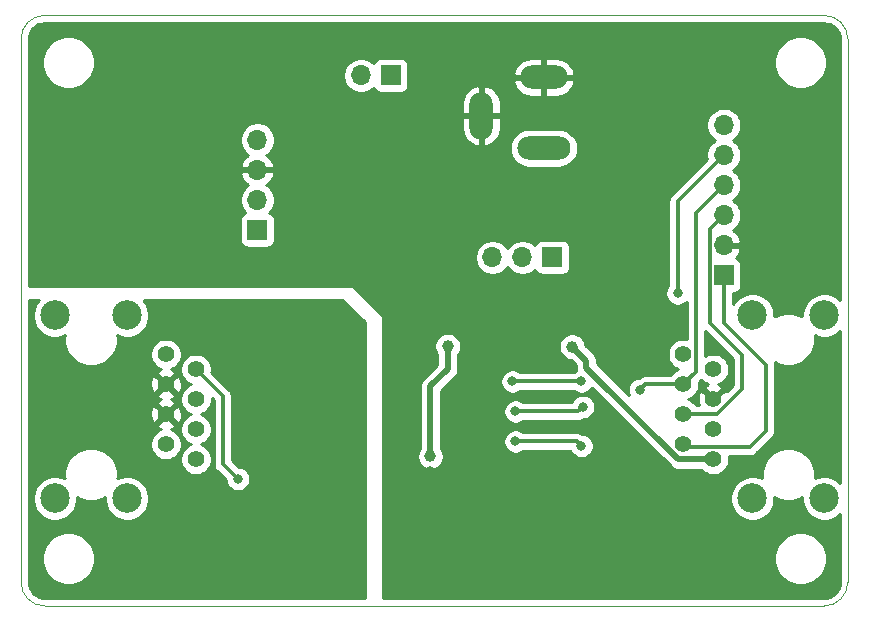
<source format=gbl>
G04 #@! TF.GenerationSoftware,KiCad,Pcbnew,5.1.6-c6e7f7d~87~ubuntu18.04.1*
G04 #@! TF.CreationDate,2020-09-01T07:34:22+02:00*
G04 #@! TF.ProjectId,s88iso,73383869-736f-42e6-9b69-6361645f7063,2020/08*
G04 #@! TF.SameCoordinates,Original*
G04 #@! TF.FileFunction,Copper,L2,Bot*
G04 #@! TF.FilePolarity,Positive*
%FSLAX46Y46*%
G04 Gerber Fmt 4.6, Leading zero omitted, Abs format (unit mm)*
G04 Created by KiCad (PCBNEW 5.1.6-c6e7f7d~87~ubuntu18.04.1) date 2020-09-01 07:34:22*
%MOMM*%
%LPD*%
G01*
G04 APERTURE LIST*
G04 #@! TA.AperFunction,Profile*
%ADD10C,0.050000*%
G04 #@! TD*
G04 #@! TA.AperFunction,ComponentPad*
%ADD11O,1.700000X1.700000*%
G04 #@! TD*
G04 #@! TA.AperFunction,ComponentPad*
%ADD12R,1.700000X1.700000*%
G04 #@! TD*
G04 #@! TA.AperFunction,ComponentPad*
%ADD13C,2.500000*%
G04 #@! TD*
G04 #@! TA.AperFunction,ComponentPad*
%ADD14C,1.400000*%
G04 #@! TD*
G04 #@! TA.AperFunction,ComponentPad*
%ADD15O,1.998980X4.000500*%
G04 #@! TD*
G04 #@! TA.AperFunction,ComponentPad*
%ADD16O,4.000500X1.998980*%
G04 #@! TD*
G04 #@! TA.AperFunction,ComponentPad*
%ADD17O,4.500880X1.998980*%
G04 #@! TD*
G04 #@! TA.AperFunction,ViaPad*
%ADD18C,0.800000*%
G04 #@! TD*
G04 #@! TA.AperFunction,ViaPad*
%ADD19C,1.000000*%
G04 #@! TD*
G04 #@! TA.AperFunction,Conductor*
%ADD20C,0.500000*%
G04 #@! TD*
G04 #@! TA.AperFunction,Conductor*
%ADD21C,0.300000*%
G04 #@! TD*
G04 #@! TA.AperFunction,Conductor*
%ADD22C,0.254000*%
G04 #@! TD*
G04 APERTURE END LIST*
D10*
X100000000Y-128000000D02*
X100000000Y-82000000D01*
X168000000Y-130000000D02*
X102000000Y-130000000D01*
X170000000Y-82000000D02*
X170000000Y-128000000D01*
X168000000Y-80000000D02*
X102000000Y-80000000D01*
X100000000Y-82000000D02*
G75*
G02*
X102000000Y-80000000I2000000J0D01*
G01*
X168000000Y-80000000D02*
G75*
G02*
X170000000Y-82000000I0J-2000000D01*
G01*
X170000000Y-128000000D02*
G75*
G02*
X168000000Y-130000000I-2000000J0D01*
G01*
X102000000Y-130000000D02*
G75*
G02*
X100000000Y-128000000I0J2000000D01*
G01*
D11*
X139920000Y-100500000D03*
X142460000Y-100500000D03*
D12*
X145000000Y-100500000D03*
D13*
X108979000Y-120899000D03*
X108979000Y-105399000D03*
D14*
X114809000Y-117594000D03*
X112269000Y-116324000D03*
X114809000Y-115054000D03*
X112269000Y-113784000D03*
X114809000Y-112514000D03*
X114809000Y-109974000D03*
X112269000Y-108704000D03*
X112269000Y-111244000D03*
D13*
X102879000Y-120899000D03*
X102879000Y-105399000D03*
D11*
X120015000Y-90551000D03*
X120015000Y-93091000D03*
X120015000Y-95631000D03*
D12*
X120015000Y-98171000D03*
D13*
X168012000Y-120899000D03*
X168012000Y-105399000D03*
D14*
X158622000Y-115054000D03*
X158622000Y-117594000D03*
X156082000Y-116324000D03*
X156082000Y-113784000D03*
X158622000Y-112514000D03*
X156082000Y-111244000D03*
X158622000Y-109974000D03*
X156082000Y-108704000D03*
D13*
X161912000Y-120899000D03*
X161912000Y-105399000D03*
D15*
X138971020Y-88500120D03*
D16*
X144272000Y-85248920D03*
D17*
X144272000Y-91250940D03*
D12*
X159512000Y-102000000D03*
D11*
X159512000Y-99460000D03*
X159512000Y-96920000D03*
X159512000Y-94380000D03*
X159512000Y-91840000D03*
X159512000Y-89300000D03*
D12*
X131318000Y-85090000D03*
D11*
X128778000Y-85090000D03*
D18*
X137820400Y-121818400D03*
X141224000Y-118618000D03*
X134620000Y-118618000D03*
X133350000Y-104394000D03*
X139446000Y-104394000D03*
X145034000Y-104648000D03*
D19*
X146659600Y-108051600D03*
X134670800Y-117348000D03*
X136141700Y-107998500D03*
D18*
X125000000Y-110000000D03*
X125000000Y-119000000D03*
X152400000Y-111709200D03*
X155600400Y-103530400D03*
X141605000Y-110998000D03*
X147447000Y-110998000D03*
X141859000Y-113538000D03*
X147574000Y-113157000D03*
X141859000Y-116078000D03*
X147447000Y-116459000D03*
X118364000Y-119253000D03*
D20*
X155649998Y-117594000D02*
X147878800Y-109822802D01*
X158622000Y-117594000D02*
X155649998Y-117594000D01*
X147878800Y-109270800D02*
X146659600Y-108051600D01*
X147878800Y-109822802D02*
X147878800Y-109270800D01*
X134670800Y-117348000D02*
X134670800Y-111404400D01*
X136141700Y-109933500D02*
X136141700Y-107998500D01*
X134670800Y-111404400D02*
X136141700Y-109933500D01*
D21*
X159512000Y-102000000D02*
X159512000Y-106070400D01*
X159512000Y-106070400D02*
X163068000Y-109626400D01*
X163068000Y-109626400D02*
X163068000Y-115163600D01*
X156301999Y-116543999D02*
X156082000Y-116324000D01*
X161687601Y-116543999D02*
X156301999Y-116543999D01*
X163068000Y-115163600D02*
X161687601Y-116543999D01*
X158311999Y-98120001D02*
X158311999Y-106038799D01*
X159512000Y-96920000D02*
X158311999Y-98120001D01*
X158311999Y-106038799D02*
X161036000Y-108762800D01*
X158906002Y-113784000D02*
X156082000Y-113784000D01*
X161036000Y-111654002D02*
X158906002Y-113784000D01*
X161036000Y-108762800D02*
X161036000Y-111654002D01*
X152865200Y-111244000D02*
X156082000Y-111244000D01*
X152400000Y-111709200D02*
X152865200Y-111244000D01*
X157132001Y-96759999D02*
X159512000Y-94380000D01*
X157132001Y-110193999D02*
X157132001Y-96759999D01*
X156082000Y-111244000D02*
X157132001Y-110193999D01*
X155600400Y-95751600D02*
X159512000Y-91840000D01*
X155600400Y-103530400D02*
X155600400Y-95751600D01*
X147447000Y-110998000D02*
X141605000Y-110998000D01*
X147193000Y-113538000D02*
X147574000Y-113157000D01*
X141859000Y-113538000D02*
X147193000Y-113538000D01*
X147066000Y-116078000D02*
X147447000Y-116459000D01*
X141859000Y-116078000D02*
X147066000Y-116078000D01*
X118364000Y-119253000D02*
X117094000Y-117983000D01*
X117094000Y-112259000D02*
X114809000Y-109974000D01*
X117094000Y-117983000D02*
X117094000Y-112259000D01*
D22*
G36*
X101414825Y-104197382D02*
G01*
X101208534Y-104506118D01*
X101066439Y-104849166D01*
X100994000Y-105213344D01*
X100994000Y-105584656D01*
X101066439Y-105948834D01*
X101208534Y-106291882D01*
X101414825Y-106600618D01*
X101677382Y-106863175D01*
X101986118Y-107069466D01*
X102329166Y-107211561D01*
X102693344Y-107284000D01*
X103064656Y-107284000D01*
X103428834Y-107211561D01*
X103690532Y-107103162D01*
X103669000Y-107211409D01*
X103669000Y-107656591D01*
X103755851Y-108093218D01*
X103926214Y-108504511D01*
X104173544Y-108874666D01*
X104488334Y-109189456D01*
X104858489Y-109436786D01*
X105269782Y-109607149D01*
X105706409Y-109694000D01*
X106151591Y-109694000D01*
X106588218Y-109607149D01*
X106999511Y-109436786D01*
X107369666Y-109189456D01*
X107684456Y-108874666D01*
X107886347Y-108572514D01*
X110934000Y-108572514D01*
X110934000Y-108835486D01*
X110985304Y-109093405D01*
X111085939Y-109336359D01*
X111232038Y-109555013D01*
X111417987Y-109740962D01*
X111636641Y-109887061D01*
X111850444Y-109975621D01*
X111687634Y-110035065D01*
X111586797Y-110088963D01*
X111527336Y-110322731D01*
X112269000Y-111064395D01*
X113010664Y-110322731D01*
X112951203Y-110088963D01*
X112712758Y-109978066D01*
X112693173Y-109973294D01*
X112901359Y-109887061D01*
X112968028Y-109842514D01*
X113474000Y-109842514D01*
X113474000Y-110105486D01*
X113525304Y-110363405D01*
X113625939Y-110606359D01*
X113772038Y-110825013D01*
X113957987Y-111010962D01*
X114176641Y-111157061D01*
X114386530Y-111244000D01*
X114176641Y-111330939D01*
X113957987Y-111477038D01*
X113772038Y-111662987D01*
X113625939Y-111881641D01*
X113525304Y-112124595D01*
X113474000Y-112382514D01*
X113474000Y-112645486D01*
X113525304Y-112903405D01*
X113625939Y-113146359D01*
X113772038Y-113365013D01*
X113957987Y-113550962D01*
X114176641Y-113697061D01*
X114386530Y-113784000D01*
X114176641Y-113870939D01*
X113957987Y-114017038D01*
X113772038Y-114202987D01*
X113625939Y-114421641D01*
X113525304Y-114664595D01*
X113474000Y-114922514D01*
X113474000Y-115185486D01*
X113525304Y-115443405D01*
X113625939Y-115686359D01*
X113772038Y-115905013D01*
X113957987Y-116090962D01*
X114176641Y-116237061D01*
X114386530Y-116324000D01*
X114176641Y-116410939D01*
X113957987Y-116557038D01*
X113772038Y-116742987D01*
X113625939Y-116961641D01*
X113525304Y-117204595D01*
X113474000Y-117462514D01*
X113474000Y-117725486D01*
X113525304Y-117983405D01*
X113625939Y-118226359D01*
X113772038Y-118445013D01*
X113957987Y-118630962D01*
X114176641Y-118777061D01*
X114419595Y-118877696D01*
X114677514Y-118929000D01*
X114940486Y-118929000D01*
X115198405Y-118877696D01*
X115441359Y-118777061D01*
X115660013Y-118630962D01*
X115845962Y-118445013D01*
X115992061Y-118226359D01*
X116092696Y-117983405D01*
X116144000Y-117725486D01*
X116144000Y-117462514D01*
X116092696Y-117204595D01*
X115992061Y-116961641D01*
X115845962Y-116742987D01*
X115660013Y-116557038D01*
X115441359Y-116410939D01*
X115231470Y-116324000D01*
X115441359Y-116237061D01*
X115660013Y-116090962D01*
X115845962Y-115905013D01*
X115992061Y-115686359D01*
X116092696Y-115443405D01*
X116144000Y-115185486D01*
X116144000Y-114922514D01*
X116092696Y-114664595D01*
X115992061Y-114421641D01*
X115845962Y-114202987D01*
X115660013Y-114017038D01*
X115441359Y-113870939D01*
X115231470Y-113784000D01*
X115441359Y-113697061D01*
X115660013Y-113550962D01*
X115845962Y-113365013D01*
X115992061Y-113146359D01*
X116092696Y-112903405D01*
X116144000Y-112645486D01*
X116144000Y-112419158D01*
X116309001Y-112584159D01*
X116309000Y-117944447D01*
X116305203Y-117983000D01*
X116309000Y-118021553D01*
X116309000Y-118021560D01*
X116320359Y-118136886D01*
X116365246Y-118284859D01*
X116438138Y-118421232D01*
X116536236Y-118540764D01*
X116566190Y-118565347D01*
X117329000Y-119328158D01*
X117329000Y-119354939D01*
X117368774Y-119554898D01*
X117446795Y-119743256D01*
X117560063Y-119912774D01*
X117704226Y-120056937D01*
X117873744Y-120170205D01*
X118062102Y-120248226D01*
X118262061Y-120288000D01*
X118465939Y-120288000D01*
X118665898Y-120248226D01*
X118854256Y-120170205D01*
X119023774Y-120056937D01*
X119167937Y-119912774D01*
X119281205Y-119743256D01*
X119359226Y-119554898D01*
X119399000Y-119354939D01*
X119399000Y-119151061D01*
X119359226Y-118951102D01*
X119281205Y-118762744D01*
X119167937Y-118593226D01*
X119023774Y-118449063D01*
X118854256Y-118335795D01*
X118665898Y-118257774D01*
X118465939Y-118218000D01*
X118439158Y-118218000D01*
X117879000Y-117657843D01*
X117879000Y-112297555D01*
X117882797Y-112259000D01*
X117879000Y-112220444D01*
X117879000Y-112220439D01*
X117873566Y-112165269D01*
X117867642Y-112105113D01*
X117822754Y-111957140D01*
X117782399Y-111881641D01*
X117749862Y-111820767D01*
X117651764Y-111701236D01*
X117621816Y-111676658D01*
X116128511Y-110183354D01*
X116144000Y-110105486D01*
X116144000Y-109842514D01*
X116092696Y-109584595D01*
X115992061Y-109341641D01*
X115845962Y-109122987D01*
X115660013Y-108937038D01*
X115441359Y-108790939D01*
X115198405Y-108690304D01*
X114940486Y-108639000D01*
X114677514Y-108639000D01*
X114419595Y-108690304D01*
X114176641Y-108790939D01*
X113957987Y-108937038D01*
X113772038Y-109122987D01*
X113625939Y-109341641D01*
X113525304Y-109584595D01*
X113474000Y-109842514D01*
X112968028Y-109842514D01*
X113120013Y-109740962D01*
X113305962Y-109555013D01*
X113452061Y-109336359D01*
X113552696Y-109093405D01*
X113604000Y-108835486D01*
X113604000Y-108572514D01*
X113552696Y-108314595D01*
X113452061Y-108071641D01*
X113305962Y-107852987D01*
X113120013Y-107667038D01*
X112901359Y-107520939D01*
X112658405Y-107420304D01*
X112400486Y-107369000D01*
X112137514Y-107369000D01*
X111879595Y-107420304D01*
X111636641Y-107520939D01*
X111417987Y-107667038D01*
X111232038Y-107852987D01*
X111085939Y-108071641D01*
X110985304Y-108314595D01*
X110934000Y-108572514D01*
X107886347Y-108572514D01*
X107931786Y-108504511D01*
X108102149Y-108093218D01*
X108189000Y-107656591D01*
X108189000Y-107211409D01*
X108167468Y-107103162D01*
X108429166Y-107211561D01*
X108793344Y-107284000D01*
X109164656Y-107284000D01*
X109528834Y-107211561D01*
X109871882Y-107069466D01*
X110180618Y-106863175D01*
X110443175Y-106600618D01*
X110649466Y-106291882D01*
X110791561Y-105948834D01*
X110864000Y-105584656D01*
X110864000Y-105213344D01*
X110791561Y-104849166D01*
X110649466Y-104506118D01*
X110443175Y-104197382D01*
X110372793Y-104127000D01*
X127203529Y-104127000D01*
X129159000Y-105972764D01*
X129159000Y-129340000D01*
X102032279Y-129340000D01*
X101740340Y-129311375D01*
X101490571Y-129235965D01*
X101260206Y-129113477D01*
X101058021Y-128948579D01*
X100891712Y-128747546D01*
X100767622Y-128518046D01*
X100690469Y-128268805D01*
X100660000Y-127978911D01*
X100660000Y-125779872D01*
X101765000Y-125779872D01*
X101765000Y-126220128D01*
X101850890Y-126651925D01*
X102019369Y-127058669D01*
X102263962Y-127424729D01*
X102575271Y-127736038D01*
X102941331Y-127980631D01*
X103348075Y-128149110D01*
X103779872Y-128235000D01*
X104220128Y-128235000D01*
X104651925Y-128149110D01*
X105058669Y-127980631D01*
X105424729Y-127736038D01*
X105736038Y-127424729D01*
X105980631Y-127058669D01*
X106149110Y-126651925D01*
X106235000Y-126220128D01*
X106235000Y-125779872D01*
X106149110Y-125348075D01*
X105980631Y-124941331D01*
X105736038Y-124575271D01*
X105424729Y-124263962D01*
X105058669Y-124019369D01*
X104651925Y-123850890D01*
X104220128Y-123765000D01*
X103779872Y-123765000D01*
X103348075Y-123850890D01*
X102941331Y-124019369D01*
X102575271Y-124263962D01*
X102263962Y-124575271D01*
X102019369Y-124941331D01*
X101850890Y-125348075D01*
X101765000Y-125779872D01*
X100660000Y-125779872D01*
X100660000Y-120713344D01*
X100994000Y-120713344D01*
X100994000Y-121084656D01*
X101066439Y-121448834D01*
X101208534Y-121791882D01*
X101414825Y-122100618D01*
X101677382Y-122363175D01*
X101986118Y-122569466D01*
X102329166Y-122711561D01*
X102693344Y-122784000D01*
X103064656Y-122784000D01*
X103428834Y-122711561D01*
X103771882Y-122569466D01*
X104080618Y-122363175D01*
X104343175Y-122100618D01*
X104549466Y-121791882D01*
X104691561Y-121448834D01*
X104764000Y-121084656D01*
X104764000Y-120803650D01*
X104858489Y-120866786D01*
X105269782Y-121037149D01*
X105706409Y-121124000D01*
X106151591Y-121124000D01*
X106588218Y-121037149D01*
X106999511Y-120866786D01*
X107094000Y-120803650D01*
X107094000Y-121084656D01*
X107166439Y-121448834D01*
X107308534Y-121791882D01*
X107514825Y-122100618D01*
X107777382Y-122363175D01*
X108086118Y-122569466D01*
X108429166Y-122711561D01*
X108793344Y-122784000D01*
X109164656Y-122784000D01*
X109528834Y-122711561D01*
X109871882Y-122569466D01*
X110180618Y-122363175D01*
X110443175Y-122100618D01*
X110649466Y-121791882D01*
X110791561Y-121448834D01*
X110864000Y-121084656D01*
X110864000Y-120713344D01*
X110791561Y-120349166D01*
X110649466Y-120006118D01*
X110443175Y-119697382D01*
X110180618Y-119434825D01*
X109871882Y-119228534D01*
X109528834Y-119086439D01*
X109164656Y-119014000D01*
X108793344Y-119014000D01*
X108429166Y-119086439D01*
X108167468Y-119194838D01*
X108189000Y-119086591D01*
X108189000Y-118641409D01*
X108102149Y-118204782D01*
X107931786Y-117793489D01*
X107684456Y-117423334D01*
X107369666Y-117108544D01*
X106999511Y-116861214D01*
X106588218Y-116690851D01*
X106151591Y-116604000D01*
X105706409Y-116604000D01*
X105269782Y-116690851D01*
X104858489Y-116861214D01*
X104488334Y-117108544D01*
X104173544Y-117423334D01*
X103926214Y-117793489D01*
X103755851Y-118204782D01*
X103669000Y-118641409D01*
X103669000Y-119086591D01*
X103690532Y-119194838D01*
X103428834Y-119086439D01*
X103064656Y-119014000D01*
X102693344Y-119014000D01*
X102329166Y-119086439D01*
X101986118Y-119228534D01*
X101677382Y-119434825D01*
X101414825Y-119697382D01*
X101208534Y-120006118D01*
X101066439Y-120349166D01*
X100994000Y-120713344D01*
X100660000Y-120713344D01*
X100660000Y-116192514D01*
X110934000Y-116192514D01*
X110934000Y-116455486D01*
X110985304Y-116713405D01*
X111085939Y-116956359D01*
X111232038Y-117175013D01*
X111417987Y-117360962D01*
X111636641Y-117507061D01*
X111879595Y-117607696D01*
X112137514Y-117659000D01*
X112400486Y-117659000D01*
X112658405Y-117607696D01*
X112901359Y-117507061D01*
X113120013Y-117360962D01*
X113305962Y-117175013D01*
X113452061Y-116956359D01*
X113552696Y-116713405D01*
X113604000Y-116455486D01*
X113604000Y-116192514D01*
X113552696Y-115934595D01*
X113452061Y-115691641D01*
X113305962Y-115472987D01*
X113120013Y-115287038D01*
X112901359Y-115140939D01*
X112687556Y-115052379D01*
X112850366Y-114992935D01*
X112951203Y-114939037D01*
X113010664Y-114705269D01*
X112269000Y-113963605D01*
X111527336Y-114705269D01*
X111586797Y-114939037D01*
X111825242Y-115049934D01*
X111844827Y-115054706D01*
X111636641Y-115140939D01*
X111417987Y-115287038D01*
X111232038Y-115472987D01*
X111085939Y-115691641D01*
X110985304Y-115934595D01*
X110934000Y-116192514D01*
X100660000Y-116192514D01*
X100660000Y-113858473D01*
X110929610Y-113858473D01*
X110969875Y-114118344D01*
X111060065Y-114365366D01*
X111113963Y-114466203D01*
X111347731Y-114525664D01*
X112089395Y-113784000D01*
X112448605Y-113784000D01*
X113190269Y-114525664D01*
X113424037Y-114466203D01*
X113534934Y-114227758D01*
X113597183Y-113972260D01*
X113608390Y-113709527D01*
X113568125Y-113449656D01*
X113477935Y-113202634D01*
X113424037Y-113101797D01*
X113190269Y-113042336D01*
X112448605Y-113784000D01*
X112089395Y-113784000D01*
X111347731Y-113042336D01*
X111113963Y-113101797D01*
X111003066Y-113340242D01*
X110940817Y-113595740D01*
X110929610Y-113858473D01*
X100660000Y-113858473D01*
X100660000Y-112165269D01*
X111527336Y-112165269D01*
X111586797Y-112399037D01*
X111825242Y-112509934D01*
X111849701Y-112515893D01*
X111687634Y-112575065D01*
X111586797Y-112628963D01*
X111527336Y-112862731D01*
X112269000Y-113604395D01*
X113010664Y-112862731D01*
X112951203Y-112628963D01*
X112712758Y-112518066D01*
X112688299Y-112512107D01*
X112850366Y-112452935D01*
X112951203Y-112399037D01*
X113010664Y-112165269D01*
X112269000Y-111423605D01*
X111527336Y-112165269D01*
X100660000Y-112165269D01*
X100660000Y-111318473D01*
X110929610Y-111318473D01*
X110969875Y-111578344D01*
X111060065Y-111825366D01*
X111113963Y-111926203D01*
X111347731Y-111985664D01*
X112089395Y-111244000D01*
X112448605Y-111244000D01*
X113190269Y-111985664D01*
X113424037Y-111926203D01*
X113534934Y-111687758D01*
X113597183Y-111432260D01*
X113608390Y-111169527D01*
X113568125Y-110909656D01*
X113477935Y-110662634D01*
X113424037Y-110561797D01*
X113190269Y-110502336D01*
X112448605Y-111244000D01*
X112089395Y-111244000D01*
X111347731Y-110502336D01*
X111113963Y-110561797D01*
X111003066Y-110800242D01*
X110940817Y-111055740D01*
X110929610Y-111318473D01*
X100660000Y-111318473D01*
X100660000Y-104127000D01*
X101485207Y-104127000D01*
X101414825Y-104197382D01*
G37*
X101414825Y-104197382D02*
X101208534Y-104506118D01*
X101066439Y-104849166D01*
X100994000Y-105213344D01*
X100994000Y-105584656D01*
X101066439Y-105948834D01*
X101208534Y-106291882D01*
X101414825Y-106600618D01*
X101677382Y-106863175D01*
X101986118Y-107069466D01*
X102329166Y-107211561D01*
X102693344Y-107284000D01*
X103064656Y-107284000D01*
X103428834Y-107211561D01*
X103690532Y-107103162D01*
X103669000Y-107211409D01*
X103669000Y-107656591D01*
X103755851Y-108093218D01*
X103926214Y-108504511D01*
X104173544Y-108874666D01*
X104488334Y-109189456D01*
X104858489Y-109436786D01*
X105269782Y-109607149D01*
X105706409Y-109694000D01*
X106151591Y-109694000D01*
X106588218Y-109607149D01*
X106999511Y-109436786D01*
X107369666Y-109189456D01*
X107684456Y-108874666D01*
X107886347Y-108572514D01*
X110934000Y-108572514D01*
X110934000Y-108835486D01*
X110985304Y-109093405D01*
X111085939Y-109336359D01*
X111232038Y-109555013D01*
X111417987Y-109740962D01*
X111636641Y-109887061D01*
X111850444Y-109975621D01*
X111687634Y-110035065D01*
X111586797Y-110088963D01*
X111527336Y-110322731D01*
X112269000Y-111064395D01*
X113010664Y-110322731D01*
X112951203Y-110088963D01*
X112712758Y-109978066D01*
X112693173Y-109973294D01*
X112901359Y-109887061D01*
X112968028Y-109842514D01*
X113474000Y-109842514D01*
X113474000Y-110105486D01*
X113525304Y-110363405D01*
X113625939Y-110606359D01*
X113772038Y-110825013D01*
X113957987Y-111010962D01*
X114176641Y-111157061D01*
X114386530Y-111244000D01*
X114176641Y-111330939D01*
X113957987Y-111477038D01*
X113772038Y-111662987D01*
X113625939Y-111881641D01*
X113525304Y-112124595D01*
X113474000Y-112382514D01*
X113474000Y-112645486D01*
X113525304Y-112903405D01*
X113625939Y-113146359D01*
X113772038Y-113365013D01*
X113957987Y-113550962D01*
X114176641Y-113697061D01*
X114386530Y-113784000D01*
X114176641Y-113870939D01*
X113957987Y-114017038D01*
X113772038Y-114202987D01*
X113625939Y-114421641D01*
X113525304Y-114664595D01*
X113474000Y-114922514D01*
X113474000Y-115185486D01*
X113525304Y-115443405D01*
X113625939Y-115686359D01*
X113772038Y-115905013D01*
X113957987Y-116090962D01*
X114176641Y-116237061D01*
X114386530Y-116324000D01*
X114176641Y-116410939D01*
X113957987Y-116557038D01*
X113772038Y-116742987D01*
X113625939Y-116961641D01*
X113525304Y-117204595D01*
X113474000Y-117462514D01*
X113474000Y-117725486D01*
X113525304Y-117983405D01*
X113625939Y-118226359D01*
X113772038Y-118445013D01*
X113957987Y-118630962D01*
X114176641Y-118777061D01*
X114419595Y-118877696D01*
X114677514Y-118929000D01*
X114940486Y-118929000D01*
X115198405Y-118877696D01*
X115441359Y-118777061D01*
X115660013Y-118630962D01*
X115845962Y-118445013D01*
X115992061Y-118226359D01*
X116092696Y-117983405D01*
X116144000Y-117725486D01*
X116144000Y-117462514D01*
X116092696Y-117204595D01*
X115992061Y-116961641D01*
X115845962Y-116742987D01*
X115660013Y-116557038D01*
X115441359Y-116410939D01*
X115231470Y-116324000D01*
X115441359Y-116237061D01*
X115660013Y-116090962D01*
X115845962Y-115905013D01*
X115992061Y-115686359D01*
X116092696Y-115443405D01*
X116144000Y-115185486D01*
X116144000Y-114922514D01*
X116092696Y-114664595D01*
X115992061Y-114421641D01*
X115845962Y-114202987D01*
X115660013Y-114017038D01*
X115441359Y-113870939D01*
X115231470Y-113784000D01*
X115441359Y-113697061D01*
X115660013Y-113550962D01*
X115845962Y-113365013D01*
X115992061Y-113146359D01*
X116092696Y-112903405D01*
X116144000Y-112645486D01*
X116144000Y-112419158D01*
X116309001Y-112584159D01*
X116309000Y-117944447D01*
X116305203Y-117983000D01*
X116309000Y-118021553D01*
X116309000Y-118021560D01*
X116320359Y-118136886D01*
X116365246Y-118284859D01*
X116438138Y-118421232D01*
X116536236Y-118540764D01*
X116566190Y-118565347D01*
X117329000Y-119328158D01*
X117329000Y-119354939D01*
X117368774Y-119554898D01*
X117446795Y-119743256D01*
X117560063Y-119912774D01*
X117704226Y-120056937D01*
X117873744Y-120170205D01*
X118062102Y-120248226D01*
X118262061Y-120288000D01*
X118465939Y-120288000D01*
X118665898Y-120248226D01*
X118854256Y-120170205D01*
X119023774Y-120056937D01*
X119167937Y-119912774D01*
X119281205Y-119743256D01*
X119359226Y-119554898D01*
X119399000Y-119354939D01*
X119399000Y-119151061D01*
X119359226Y-118951102D01*
X119281205Y-118762744D01*
X119167937Y-118593226D01*
X119023774Y-118449063D01*
X118854256Y-118335795D01*
X118665898Y-118257774D01*
X118465939Y-118218000D01*
X118439158Y-118218000D01*
X117879000Y-117657843D01*
X117879000Y-112297555D01*
X117882797Y-112259000D01*
X117879000Y-112220444D01*
X117879000Y-112220439D01*
X117873566Y-112165269D01*
X117867642Y-112105113D01*
X117822754Y-111957140D01*
X117782399Y-111881641D01*
X117749862Y-111820767D01*
X117651764Y-111701236D01*
X117621816Y-111676658D01*
X116128511Y-110183354D01*
X116144000Y-110105486D01*
X116144000Y-109842514D01*
X116092696Y-109584595D01*
X115992061Y-109341641D01*
X115845962Y-109122987D01*
X115660013Y-108937038D01*
X115441359Y-108790939D01*
X115198405Y-108690304D01*
X114940486Y-108639000D01*
X114677514Y-108639000D01*
X114419595Y-108690304D01*
X114176641Y-108790939D01*
X113957987Y-108937038D01*
X113772038Y-109122987D01*
X113625939Y-109341641D01*
X113525304Y-109584595D01*
X113474000Y-109842514D01*
X112968028Y-109842514D01*
X113120013Y-109740962D01*
X113305962Y-109555013D01*
X113452061Y-109336359D01*
X113552696Y-109093405D01*
X113604000Y-108835486D01*
X113604000Y-108572514D01*
X113552696Y-108314595D01*
X113452061Y-108071641D01*
X113305962Y-107852987D01*
X113120013Y-107667038D01*
X112901359Y-107520939D01*
X112658405Y-107420304D01*
X112400486Y-107369000D01*
X112137514Y-107369000D01*
X111879595Y-107420304D01*
X111636641Y-107520939D01*
X111417987Y-107667038D01*
X111232038Y-107852987D01*
X111085939Y-108071641D01*
X110985304Y-108314595D01*
X110934000Y-108572514D01*
X107886347Y-108572514D01*
X107931786Y-108504511D01*
X108102149Y-108093218D01*
X108189000Y-107656591D01*
X108189000Y-107211409D01*
X108167468Y-107103162D01*
X108429166Y-107211561D01*
X108793344Y-107284000D01*
X109164656Y-107284000D01*
X109528834Y-107211561D01*
X109871882Y-107069466D01*
X110180618Y-106863175D01*
X110443175Y-106600618D01*
X110649466Y-106291882D01*
X110791561Y-105948834D01*
X110864000Y-105584656D01*
X110864000Y-105213344D01*
X110791561Y-104849166D01*
X110649466Y-104506118D01*
X110443175Y-104197382D01*
X110372793Y-104127000D01*
X127203529Y-104127000D01*
X129159000Y-105972764D01*
X129159000Y-129340000D01*
X102032279Y-129340000D01*
X101740340Y-129311375D01*
X101490571Y-129235965D01*
X101260206Y-129113477D01*
X101058021Y-128948579D01*
X100891712Y-128747546D01*
X100767622Y-128518046D01*
X100690469Y-128268805D01*
X100660000Y-127978911D01*
X100660000Y-125779872D01*
X101765000Y-125779872D01*
X101765000Y-126220128D01*
X101850890Y-126651925D01*
X102019369Y-127058669D01*
X102263962Y-127424729D01*
X102575271Y-127736038D01*
X102941331Y-127980631D01*
X103348075Y-128149110D01*
X103779872Y-128235000D01*
X104220128Y-128235000D01*
X104651925Y-128149110D01*
X105058669Y-127980631D01*
X105424729Y-127736038D01*
X105736038Y-127424729D01*
X105980631Y-127058669D01*
X106149110Y-126651925D01*
X106235000Y-126220128D01*
X106235000Y-125779872D01*
X106149110Y-125348075D01*
X105980631Y-124941331D01*
X105736038Y-124575271D01*
X105424729Y-124263962D01*
X105058669Y-124019369D01*
X104651925Y-123850890D01*
X104220128Y-123765000D01*
X103779872Y-123765000D01*
X103348075Y-123850890D01*
X102941331Y-124019369D01*
X102575271Y-124263962D01*
X102263962Y-124575271D01*
X102019369Y-124941331D01*
X101850890Y-125348075D01*
X101765000Y-125779872D01*
X100660000Y-125779872D01*
X100660000Y-120713344D01*
X100994000Y-120713344D01*
X100994000Y-121084656D01*
X101066439Y-121448834D01*
X101208534Y-121791882D01*
X101414825Y-122100618D01*
X101677382Y-122363175D01*
X101986118Y-122569466D01*
X102329166Y-122711561D01*
X102693344Y-122784000D01*
X103064656Y-122784000D01*
X103428834Y-122711561D01*
X103771882Y-122569466D01*
X104080618Y-122363175D01*
X104343175Y-122100618D01*
X104549466Y-121791882D01*
X104691561Y-121448834D01*
X104764000Y-121084656D01*
X104764000Y-120803650D01*
X104858489Y-120866786D01*
X105269782Y-121037149D01*
X105706409Y-121124000D01*
X106151591Y-121124000D01*
X106588218Y-121037149D01*
X106999511Y-120866786D01*
X107094000Y-120803650D01*
X107094000Y-121084656D01*
X107166439Y-121448834D01*
X107308534Y-121791882D01*
X107514825Y-122100618D01*
X107777382Y-122363175D01*
X108086118Y-122569466D01*
X108429166Y-122711561D01*
X108793344Y-122784000D01*
X109164656Y-122784000D01*
X109528834Y-122711561D01*
X109871882Y-122569466D01*
X110180618Y-122363175D01*
X110443175Y-122100618D01*
X110649466Y-121791882D01*
X110791561Y-121448834D01*
X110864000Y-121084656D01*
X110864000Y-120713344D01*
X110791561Y-120349166D01*
X110649466Y-120006118D01*
X110443175Y-119697382D01*
X110180618Y-119434825D01*
X109871882Y-119228534D01*
X109528834Y-119086439D01*
X109164656Y-119014000D01*
X108793344Y-119014000D01*
X108429166Y-119086439D01*
X108167468Y-119194838D01*
X108189000Y-119086591D01*
X108189000Y-118641409D01*
X108102149Y-118204782D01*
X107931786Y-117793489D01*
X107684456Y-117423334D01*
X107369666Y-117108544D01*
X106999511Y-116861214D01*
X106588218Y-116690851D01*
X106151591Y-116604000D01*
X105706409Y-116604000D01*
X105269782Y-116690851D01*
X104858489Y-116861214D01*
X104488334Y-117108544D01*
X104173544Y-117423334D01*
X103926214Y-117793489D01*
X103755851Y-118204782D01*
X103669000Y-118641409D01*
X103669000Y-119086591D01*
X103690532Y-119194838D01*
X103428834Y-119086439D01*
X103064656Y-119014000D01*
X102693344Y-119014000D01*
X102329166Y-119086439D01*
X101986118Y-119228534D01*
X101677382Y-119434825D01*
X101414825Y-119697382D01*
X101208534Y-120006118D01*
X101066439Y-120349166D01*
X100994000Y-120713344D01*
X100660000Y-120713344D01*
X100660000Y-116192514D01*
X110934000Y-116192514D01*
X110934000Y-116455486D01*
X110985304Y-116713405D01*
X111085939Y-116956359D01*
X111232038Y-117175013D01*
X111417987Y-117360962D01*
X111636641Y-117507061D01*
X111879595Y-117607696D01*
X112137514Y-117659000D01*
X112400486Y-117659000D01*
X112658405Y-117607696D01*
X112901359Y-117507061D01*
X113120013Y-117360962D01*
X113305962Y-117175013D01*
X113452061Y-116956359D01*
X113552696Y-116713405D01*
X113604000Y-116455486D01*
X113604000Y-116192514D01*
X113552696Y-115934595D01*
X113452061Y-115691641D01*
X113305962Y-115472987D01*
X113120013Y-115287038D01*
X112901359Y-115140939D01*
X112687556Y-115052379D01*
X112850366Y-114992935D01*
X112951203Y-114939037D01*
X113010664Y-114705269D01*
X112269000Y-113963605D01*
X111527336Y-114705269D01*
X111586797Y-114939037D01*
X111825242Y-115049934D01*
X111844827Y-115054706D01*
X111636641Y-115140939D01*
X111417987Y-115287038D01*
X111232038Y-115472987D01*
X111085939Y-115691641D01*
X110985304Y-115934595D01*
X110934000Y-116192514D01*
X100660000Y-116192514D01*
X100660000Y-113858473D01*
X110929610Y-113858473D01*
X110969875Y-114118344D01*
X111060065Y-114365366D01*
X111113963Y-114466203D01*
X111347731Y-114525664D01*
X112089395Y-113784000D01*
X112448605Y-113784000D01*
X113190269Y-114525664D01*
X113424037Y-114466203D01*
X113534934Y-114227758D01*
X113597183Y-113972260D01*
X113608390Y-113709527D01*
X113568125Y-113449656D01*
X113477935Y-113202634D01*
X113424037Y-113101797D01*
X113190269Y-113042336D01*
X112448605Y-113784000D01*
X112089395Y-113784000D01*
X111347731Y-113042336D01*
X111113963Y-113101797D01*
X111003066Y-113340242D01*
X110940817Y-113595740D01*
X110929610Y-113858473D01*
X100660000Y-113858473D01*
X100660000Y-112165269D01*
X111527336Y-112165269D01*
X111586797Y-112399037D01*
X111825242Y-112509934D01*
X111849701Y-112515893D01*
X111687634Y-112575065D01*
X111586797Y-112628963D01*
X111527336Y-112862731D01*
X112269000Y-113604395D01*
X113010664Y-112862731D01*
X112951203Y-112628963D01*
X112712758Y-112518066D01*
X112688299Y-112512107D01*
X112850366Y-112452935D01*
X112951203Y-112399037D01*
X113010664Y-112165269D01*
X112269000Y-111423605D01*
X111527336Y-112165269D01*
X100660000Y-112165269D01*
X100660000Y-111318473D01*
X110929610Y-111318473D01*
X110969875Y-111578344D01*
X111060065Y-111825366D01*
X111113963Y-111926203D01*
X111347731Y-111985664D01*
X112089395Y-111244000D01*
X112448605Y-111244000D01*
X113190269Y-111985664D01*
X113424037Y-111926203D01*
X113534934Y-111687758D01*
X113597183Y-111432260D01*
X113608390Y-111169527D01*
X113568125Y-110909656D01*
X113477935Y-110662634D01*
X113424037Y-110561797D01*
X113190269Y-110502336D01*
X112448605Y-111244000D01*
X112089395Y-111244000D01*
X111347731Y-110502336D01*
X111113963Y-110561797D01*
X111003066Y-110800242D01*
X110940817Y-111055740D01*
X110929610Y-111318473D01*
X100660000Y-111318473D01*
X100660000Y-104127000D01*
X101485207Y-104127000D01*
X101414825Y-104197382D01*
G36*
X168259659Y-80688625D02*
G01*
X168509429Y-80764035D01*
X168739792Y-80886522D01*
X168941980Y-81051422D01*
X169108286Y-81252450D01*
X169232378Y-81481954D01*
X169309531Y-81731195D01*
X169340000Y-82021088D01*
X169340000Y-104061207D01*
X169213618Y-103934825D01*
X168904882Y-103728534D01*
X168561834Y-103586439D01*
X168197656Y-103514000D01*
X167826344Y-103514000D01*
X167462166Y-103586439D01*
X167119118Y-103728534D01*
X166810382Y-103934825D01*
X166547825Y-104197382D01*
X166341534Y-104506118D01*
X166199439Y-104849166D01*
X166127000Y-105213344D01*
X166127000Y-105494350D01*
X166032511Y-105431214D01*
X165621218Y-105260851D01*
X165184591Y-105174000D01*
X164739409Y-105174000D01*
X164302782Y-105260851D01*
X163891489Y-105431214D01*
X163797000Y-105494350D01*
X163797000Y-105213344D01*
X163724561Y-104849166D01*
X163582466Y-104506118D01*
X163376175Y-104197382D01*
X163113618Y-103934825D01*
X162804882Y-103728534D01*
X162461834Y-103586439D01*
X162097656Y-103514000D01*
X161726344Y-103514000D01*
X161362166Y-103586439D01*
X161019118Y-103728534D01*
X160710382Y-103934825D01*
X160447825Y-104197382D01*
X160297000Y-104423107D01*
X160297000Y-103488072D01*
X160362000Y-103488072D01*
X160486482Y-103475812D01*
X160606180Y-103439502D01*
X160716494Y-103380537D01*
X160813185Y-103301185D01*
X160892537Y-103204494D01*
X160951502Y-103094180D01*
X160987812Y-102974482D01*
X161000072Y-102850000D01*
X161000072Y-101150000D01*
X160987812Y-101025518D01*
X160951502Y-100905820D01*
X160892537Y-100795506D01*
X160813185Y-100698815D01*
X160716494Y-100619463D01*
X160606180Y-100560498D01*
X160525534Y-100536034D01*
X160609588Y-100460269D01*
X160783641Y-100226920D01*
X160908825Y-99964099D01*
X160953476Y-99816890D01*
X160832155Y-99587000D01*
X159639000Y-99587000D01*
X159639000Y-99607000D01*
X159385000Y-99607000D01*
X159385000Y-99587000D01*
X159365000Y-99587000D01*
X159365000Y-99333000D01*
X159385000Y-99333000D01*
X159385000Y-99313000D01*
X159639000Y-99313000D01*
X159639000Y-99333000D01*
X160832155Y-99333000D01*
X160953476Y-99103110D01*
X160908825Y-98955901D01*
X160783641Y-98693080D01*
X160609588Y-98459731D01*
X160393355Y-98264822D01*
X160276466Y-98195195D01*
X160458632Y-98073475D01*
X160665475Y-97866632D01*
X160827990Y-97623411D01*
X160939932Y-97353158D01*
X160997000Y-97066260D01*
X160997000Y-96773740D01*
X160939932Y-96486842D01*
X160827990Y-96216589D01*
X160665475Y-95973368D01*
X160458632Y-95766525D01*
X160284240Y-95650000D01*
X160458632Y-95533475D01*
X160665475Y-95326632D01*
X160827990Y-95083411D01*
X160939932Y-94813158D01*
X160997000Y-94526260D01*
X160997000Y-94233740D01*
X160939932Y-93946842D01*
X160827990Y-93676589D01*
X160665475Y-93433368D01*
X160458632Y-93226525D01*
X160284240Y-93110000D01*
X160458632Y-92993475D01*
X160665475Y-92786632D01*
X160827990Y-92543411D01*
X160939932Y-92273158D01*
X160997000Y-91986260D01*
X160997000Y-91693740D01*
X160939932Y-91406842D01*
X160827990Y-91136589D01*
X160665475Y-90893368D01*
X160458632Y-90686525D01*
X160284240Y-90570000D01*
X160458632Y-90453475D01*
X160665475Y-90246632D01*
X160827990Y-90003411D01*
X160939932Y-89733158D01*
X160997000Y-89446260D01*
X160997000Y-89153740D01*
X160939932Y-88866842D01*
X160827990Y-88596589D01*
X160665475Y-88353368D01*
X160458632Y-88146525D01*
X160215411Y-87984010D01*
X159945158Y-87872068D01*
X159658260Y-87815000D01*
X159365740Y-87815000D01*
X159078842Y-87872068D01*
X158808589Y-87984010D01*
X158565368Y-88146525D01*
X158358525Y-88353368D01*
X158196010Y-88596589D01*
X158084068Y-88866842D01*
X158027000Y-89153740D01*
X158027000Y-89446260D01*
X158084068Y-89733158D01*
X158196010Y-90003411D01*
X158358525Y-90246632D01*
X158565368Y-90453475D01*
X158739760Y-90570000D01*
X158565368Y-90686525D01*
X158358525Y-90893368D01*
X158196010Y-91136589D01*
X158084068Y-91406842D01*
X158027000Y-91693740D01*
X158027000Y-91986260D01*
X158064925Y-92176918D01*
X155072585Y-95169258D01*
X155042637Y-95193836D01*
X155018059Y-95223784D01*
X155018055Y-95223788D01*
X154985090Y-95263956D01*
X154944539Y-95313367D01*
X154937449Y-95326632D01*
X154871646Y-95449741D01*
X154826759Y-95597714D01*
X154811603Y-95751600D01*
X154815401Y-95790163D01*
X154815400Y-102851689D01*
X154796463Y-102870626D01*
X154683195Y-103040144D01*
X154605174Y-103228502D01*
X154565400Y-103428461D01*
X154565400Y-103632339D01*
X154605174Y-103832298D01*
X154683195Y-104020656D01*
X154796463Y-104190174D01*
X154940626Y-104334337D01*
X155110144Y-104447605D01*
X155298502Y-104525626D01*
X155498461Y-104565400D01*
X155702339Y-104565400D01*
X155902298Y-104525626D01*
X156090656Y-104447605D01*
X156260174Y-104334337D01*
X156347001Y-104247510D01*
X156347001Y-107395558D01*
X156213486Y-107369000D01*
X155950514Y-107369000D01*
X155692595Y-107420304D01*
X155449641Y-107520939D01*
X155230987Y-107667038D01*
X155045038Y-107852987D01*
X154898939Y-108071641D01*
X154798304Y-108314595D01*
X154747000Y-108572514D01*
X154747000Y-108835486D01*
X154798304Y-109093405D01*
X154898939Y-109336359D01*
X155045038Y-109555013D01*
X155230987Y-109740962D01*
X155449641Y-109887061D01*
X155659530Y-109974000D01*
X155449641Y-110060939D01*
X155230987Y-110207038D01*
X155045038Y-110392987D01*
X155000930Y-110459000D01*
X152903752Y-110459000D01*
X152865199Y-110455203D01*
X152826646Y-110459000D01*
X152826639Y-110459000D01*
X152725690Y-110468943D01*
X152711312Y-110470359D01*
X152607626Y-110501812D01*
X152563340Y-110515246D01*
X152426967Y-110588138D01*
X152322102Y-110674200D01*
X152298061Y-110674200D01*
X152098102Y-110713974D01*
X151909744Y-110791995D01*
X151740226Y-110905263D01*
X151596063Y-111049426D01*
X151482795Y-111218944D01*
X151404774Y-111407302D01*
X151365000Y-111607261D01*
X151365000Y-111811139D01*
X151404774Y-112011098D01*
X151465656Y-112158080D01*
X148763800Y-109456224D01*
X148763800Y-109314265D01*
X148768081Y-109270799D01*
X148763800Y-109227333D01*
X148763800Y-109227323D01*
X148750995Y-109097310D01*
X148700389Y-108930487D01*
X148618211Y-108776741D01*
X148573302Y-108722020D01*
X148535332Y-108675753D01*
X148535330Y-108675751D01*
X148507617Y-108641983D01*
X148473849Y-108614270D01*
X147793411Y-107933832D01*
X147750983Y-107720533D01*
X147665424Y-107513976D01*
X147541212Y-107328080D01*
X147383120Y-107169988D01*
X147197224Y-107045776D01*
X146990667Y-106960217D01*
X146771388Y-106916600D01*
X146547812Y-106916600D01*
X146328533Y-106960217D01*
X146121976Y-107045776D01*
X145936080Y-107169988D01*
X145777988Y-107328080D01*
X145653776Y-107513976D01*
X145568217Y-107720533D01*
X145524600Y-107939812D01*
X145524600Y-108163388D01*
X145568217Y-108382667D01*
X145653776Y-108589224D01*
X145777988Y-108775120D01*
X145936080Y-108933212D01*
X146121976Y-109057424D01*
X146328533Y-109142983D01*
X146541832Y-109185411D01*
X146993800Y-109637379D01*
X146993800Y-109779333D01*
X146989519Y-109822802D01*
X146993800Y-109866271D01*
X146993800Y-109866278D01*
X146999905Y-109928259D01*
X147006605Y-109996292D01*
X147010827Y-110010210D01*
X147023812Y-110053014D01*
X146956744Y-110080795D01*
X146787226Y-110194063D01*
X146768289Y-110213000D01*
X142283711Y-110213000D01*
X142264774Y-110194063D01*
X142095256Y-110080795D01*
X141906898Y-110002774D01*
X141706939Y-109963000D01*
X141503061Y-109963000D01*
X141303102Y-110002774D01*
X141114744Y-110080795D01*
X140945226Y-110194063D01*
X140801063Y-110338226D01*
X140687795Y-110507744D01*
X140609774Y-110696102D01*
X140570000Y-110896061D01*
X140570000Y-111099939D01*
X140609774Y-111299898D01*
X140687795Y-111488256D01*
X140801063Y-111657774D01*
X140945226Y-111801937D01*
X141114744Y-111915205D01*
X141303102Y-111993226D01*
X141503061Y-112033000D01*
X141706939Y-112033000D01*
X141906898Y-111993226D01*
X142095256Y-111915205D01*
X142264774Y-111801937D01*
X142283711Y-111783000D01*
X146768289Y-111783000D01*
X146787226Y-111801937D01*
X146956744Y-111915205D01*
X147145102Y-111993226D01*
X147345061Y-112033000D01*
X147548939Y-112033000D01*
X147748898Y-111993226D01*
X147937256Y-111915205D01*
X148106774Y-111801937D01*
X148250937Y-111657774D01*
X148335554Y-111531135D01*
X154993468Y-118189049D01*
X155021181Y-118222817D01*
X155054949Y-118250530D01*
X155054951Y-118250532D01*
X155155939Y-118333411D01*
X155309684Y-118415589D01*
X155328290Y-118421233D01*
X155476508Y-118466195D01*
X155606521Y-118479000D01*
X155606529Y-118479000D01*
X155649998Y-118483281D01*
X155693467Y-118479000D01*
X157619025Y-118479000D01*
X157770987Y-118630962D01*
X157989641Y-118777061D01*
X158232595Y-118877696D01*
X158490514Y-118929000D01*
X158753486Y-118929000D01*
X159011405Y-118877696D01*
X159254359Y-118777061D01*
X159473013Y-118630962D01*
X159658962Y-118445013D01*
X159805061Y-118226359D01*
X159905696Y-117983405D01*
X159957000Y-117725486D01*
X159957000Y-117462514D01*
X159930442Y-117328999D01*
X161649048Y-117328999D01*
X161687601Y-117332796D01*
X161726154Y-117328999D01*
X161726162Y-117328999D01*
X161841488Y-117317640D01*
X161989461Y-117272753D01*
X162125834Y-117199861D01*
X162245365Y-117101763D01*
X162269948Y-117071809D01*
X163595816Y-115745942D01*
X163625764Y-115721364D01*
X163654493Y-115686359D01*
X163692730Y-115639767D01*
X163723862Y-115601833D01*
X163796754Y-115465460D01*
X163809331Y-115424000D01*
X163841642Y-115317487D01*
X163849903Y-115233605D01*
X163853000Y-115202161D01*
X163853000Y-115202156D01*
X163856797Y-115163600D01*
X163853000Y-115125045D01*
X163853000Y-109664952D01*
X163856797Y-109626399D01*
X163853000Y-109587846D01*
X163853000Y-109587839D01*
X163841641Y-109472513D01*
X163839437Y-109465245D01*
X163825305Y-109418661D01*
X163815376Y-109385929D01*
X163891489Y-109436786D01*
X164302782Y-109607149D01*
X164739409Y-109694000D01*
X165184591Y-109694000D01*
X165621218Y-109607149D01*
X166032511Y-109436786D01*
X166402666Y-109189456D01*
X166717456Y-108874666D01*
X166964786Y-108504511D01*
X167135149Y-108093218D01*
X167222000Y-107656591D01*
X167222000Y-107211409D01*
X167200468Y-107103162D01*
X167462166Y-107211561D01*
X167826344Y-107284000D01*
X168197656Y-107284000D01*
X168561834Y-107211561D01*
X168904882Y-107069466D01*
X169213618Y-106863175D01*
X169340001Y-106736792D01*
X169340001Y-119561208D01*
X169213618Y-119434825D01*
X168904882Y-119228534D01*
X168561834Y-119086439D01*
X168197656Y-119014000D01*
X167826344Y-119014000D01*
X167462166Y-119086439D01*
X167200468Y-119194838D01*
X167222000Y-119086591D01*
X167222000Y-118641409D01*
X167135149Y-118204782D01*
X166964786Y-117793489D01*
X166717456Y-117423334D01*
X166402666Y-117108544D01*
X166032511Y-116861214D01*
X165621218Y-116690851D01*
X165184591Y-116604000D01*
X164739409Y-116604000D01*
X164302782Y-116690851D01*
X163891489Y-116861214D01*
X163521334Y-117108544D01*
X163206544Y-117423334D01*
X162959214Y-117793489D01*
X162788851Y-118204782D01*
X162702000Y-118641409D01*
X162702000Y-119086591D01*
X162723532Y-119194838D01*
X162461834Y-119086439D01*
X162097656Y-119014000D01*
X161726344Y-119014000D01*
X161362166Y-119086439D01*
X161019118Y-119228534D01*
X160710382Y-119434825D01*
X160447825Y-119697382D01*
X160241534Y-120006118D01*
X160099439Y-120349166D01*
X160027000Y-120713344D01*
X160027000Y-121084656D01*
X160099439Y-121448834D01*
X160241534Y-121791882D01*
X160447825Y-122100618D01*
X160710382Y-122363175D01*
X161019118Y-122569466D01*
X161362166Y-122711561D01*
X161726344Y-122784000D01*
X162097656Y-122784000D01*
X162461834Y-122711561D01*
X162804882Y-122569466D01*
X163113618Y-122363175D01*
X163376175Y-122100618D01*
X163582466Y-121791882D01*
X163724561Y-121448834D01*
X163797000Y-121084656D01*
X163797000Y-120803650D01*
X163891489Y-120866786D01*
X164302782Y-121037149D01*
X164739409Y-121124000D01*
X165184591Y-121124000D01*
X165621218Y-121037149D01*
X166032511Y-120866786D01*
X166127000Y-120803650D01*
X166127000Y-121084656D01*
X166199439Y-121448834D01*
X166341534Y-121791882D01*
X166547825Y-122100618D01*
X166810382Y-122363175D01*
X167119118Y-122569466D01*
X167462166Y-122711561D01*
X167826344Y-122784000D01*
X168197656Y-122784000D01*
X168561834Y-122711561D01*
X168904882Y-122569466D01*
X169213618Y-122363175D01*
X169340001Y-122236792D01*
X169340001Y-127967711D01*
X169311375Y-128259660D01*
X169235965Y-128509429D01*
X169113477Y-128739794D01*
X168948579Y-128941979D01*
X168747546Y-129108288D01*
X168518046Y-129232378D01*
X168268805Y-129309531D01*
X167978911Y-129340000D01*
X130627000Y-129340000D01*
X130627000Y-125779872D01*
X163765000Y-125779872D01*
X163765000Y-126220128D01*
X163850890Y-126651925D01*
X164019369Y-127058669D01*
X164263962Y-127424729D01*
X164575271Y-127736038D01*
X164941331Y-127980631D01*
X165348075Y-128149110D01*
X165779872Y-128235000D01*
X166220128Y-128235000D01*
X166651925Y-128149110D01*
X167058669Y-127980631D01*
X167424729Y-127736038D01*
X167736038Y-127424729D01*
X167980631Y-127058669D01*
X168149110Y-126651925D01*
X168235000Y-126220128D01*
X168235000Y-125779872D01*
X168149110Y-125348075D01*
X167980631Y-124941331D01*
X167736038Y-124575271D01*
X167424729Y-124263962D01*
X167058669Y-124019369D01*
X166651925Y-123850890D01*
X166220128Y-123765000D01*
X165779872Y-123765000D01*
X165348075Y-123850890D01*
X164941331Y-124019369D01*
X164575271Y-124263962D01*
X164263962Y-124575271D01*
X164019369Y-124941331D01*
X163850890Y-125348075D01*
X163765000Y-125779872D01*
X130627000Y-125779872D01*
X130627000Y-117236212D01*
X133535800Y-117236212D01*
X133535800Y-117459788D01*
X133579417Y-117679067D01*
X133664976Y-117885624D01*
X133789188Y-118071520D01*
X133947280Y-118229612D01*
X134133176Y-118353824D01*
X134339733Y-118439383D01*
X134559012Y-118483000D01*
X134782588Y-118483000D01*
X135001867Y-118439383D01*
X135208424Y-118353824D01*
X135394320Y-118229612D01*
X135552412Y-118071520D01*
X135676624Y-117885624D01*
X135762183Y-117679067D01*
X135805800Y-117459788D01*
X135805800Y-117236212D01*
X135762183Y-117016933D01*
X135676624Y-116810376D01*
X135555800Y-116629550D01*
X135555800Y-115976061D01*
X140824000Y-115976061D01*
X140824000Y-116179939D01*
X140863774Y-116379898D01*
X140941795Y-116568256D01*
X141055063Y-116737774D01*
X141199226Y-116881937D01*
X141368744Y-116995205D01*
X141557102Y-117073226D01*
X141757061Y-117113000D01*
X141960939Y-117113000D01*
X142160898Y-117073226D01*
X142349256Y-116995205D01*
X142518774Y-116881937D01*
X142537711Y-116863000D01*
X146494066Y-116863000D01*
X146529795Y-116949256D01*
X146643063Y-117118774D01*
X146787226Y-117262937D01*
X146956744Y-117376205D01*
X147145102Y-117454226D01*
X147345061Y-117494000D01*
X147548939Y-117494000D01*
X147748898Y-117454226D01*
X147937256Y-117376205D01*
X148106774Y-117262937D01*
X148250937Y-117118774D01*
X148364205Y-116949256D01*
X148442226Y-116760898D01*
X148482000Y-116560939D01*
X148482000Y-116357061D01*
X148442226Y-116157102D01*
X148364205Y-115968744D01*
X148250937Y-115799226D01*
X148106774Y-115655063D01*
X147937256Y-115541795D01*
X147748898Y-115463774D01*
X147548939Y-115424000D01*
X147506502Y-115424000D01*
X147504233Y-115422138D01*
X147367860Y-115349246D01*
X147219887Y-115304359D01*
X147104561Y-115293000D01*
X147104553Y-115293000D01*
X147066000Y-115289203D01*
X147027447Y-115293000D01*
X142537711Y-115293000D01*
X142518774Y-115274063D01*
X142349256Y-115160795D01*
X142160898Y-115082774D01*
X141960939Y-115043000D01*
X141757061Y-115043000D01*
X141557102Y-115082774D01*
X141368744Y-115160795D01*
X141199226Y-115274063D01*
X141055063Y-115418226D01*
X140941795Y-115587744D01*
X140863774Y-115776102D01*
X140824000Y-115976061D01*
X135555800Y-115976061D01*
X135555800Y-113436061D01*
X140824000Y-113436061D01*
X140824000Y-113639939D01*
X140863774Y-113839898D01*
X140941795Y-114028256D01*
X141055063Y-114197774D01*
X141199226Y-114341937D01*
X141368744Y-114455205D01*
X141557102Y-114533226D01*
X141757061Y-114573000D01*
X141960939Y-114573000D01*
X142160898Y-114533226D01*
X142349256Y-114455205D01*
X142518774Y-114341937D01*
X142537711Y-114323000D01*
X147154447Y-114323000D01*
X147193000Y-114326797D01*
X147231553Y-114323000D01*
X147231561Y-114323000D01*
X147346887Y-114311641D01*
X147494860Y-114266754D01*
X147631233Y-114193862D01*
X147633502Y-114192000D01*
X147675939Y-114192000D01*
X147875898Y-114152226D01*
X148064256Y-114074205D01*
X148233774Y-113960937D01*
X148377937Y-113816774D01*
X148491205Y-113647256D01*
X148569226Y-113458898D01*
X148609000Y-113258939D01*
X148609000Y-113055061D01*
X148569226Y-112855102D01*
X148491205Y-112666744D01*
X148377937Y-112497226D01*
X148233774Y-112353063D01*
X148064256Y-112239795D01*
X147875898Y-112161774D01*
X147675939Y-112122000D01*
X147472061Y-112122000D01*
X147272102Y-112161774D01*
X147083744Y-112239795D01*
X146914226Y-112353063D01*
X146770063Y-112497226D01*
X146656795Y-112666744D01*
X146621066Y-112753000D01*
X142537711Y-112753000D01*
X142518774Y-112734063D01*
X142349256Y-112620795D01*
X142160898Y-112542774D01*
X141960939Y-112503000D01*
X141757061Y-112503000D01*
X141557102Y-112542774D01*
X141368744Y-112620795D01*
X141199226Y-112734063D01*
X141055063Y-112878226D01*
X140941795Y-113047744D01*
X140863774Y-113236102D01*
X140824000Y-113436061D01*
X135555800Y-113436061D01*
X135555800Y-111770978D01*
X136736750Y-110590029D01*
X136770517Y-110562317D01*
X136815305Y-110507744D01*
X136881111Y-110427559D01*
X136889303Y-110412232D01*
X136963289Y-110273813D01*
X137013895Y-110106990D01*
X137026700Y-109976977D01*
X137026700Y-109976969D01*
X137030981Y-109933500D01*
X137026700Y-109890031D01*
X137026700Y-108716950D01*
X137147524Y-108536124D01*
X137233083Y-108329567D01*
X137276700Y-108110288D01*
X137276700Y-107886712D01*
X137233083Y-107667433D01*
X137147524Y-107460876D01*
X137023312Y-107274980D01*
X136865220Y-107116888D01*
X136679324Y-106992676D01*
X136472767Y-106907117D01*
X136253488Y-106863500D01*
X136029912Y-106863500D01*
X135810633Y-106907117D01*
X135604076Y-106992676D01*
X135418180Y-107116888D01*
X135260088Y-107274980D01*
X135135876Y-107460876D01*
X135050317Y-107667433D01*
X135006700Y-107886712D01*
X135006700Y-108110288D01*
X135050317Y-108329567D01*
X135135876Y-108536124D01*
X135256701Y-108716950D01*
X135256700Y-109566921D01*
X134075751Y-110747871D01*
X134041984Y-110775583D01*
X134014271Y-110809351D01*
X134014268Y-110809354D01*
X133931390Y-110910341D01*
X133849212Y-111064087D01*
X133798605Y-111230910D01*
X133781519Y-111404400D01*
X133785801Y-111447879D01*
X133785800Y-116629550D01*
X133664976Y-116810376D01*
X133579417Y-117016933D01*
X133535800Y-117236212D01*
X130627000Y-117236212D01*
X130627000Y-105500000D01*
X130624560Y-105475224D01*
X130617333Y-105451399D01*
X130605597Y-105429443D01*
X130589803Y-105410197D01*
X128089803Y-102910197D01*
X128070557Y-102894403D01*
X128048601Y-102882667D01*
X128024776Y-102875440D01*
X128000000Y-102873000D01*
X100660000Y-102873000D01*
X100660000Y-100353740D01*
X138435000Y-100353740D01*
X138435000Y-100646260D01*
X138492068Y-100933158D01*
X138604010Y-101203411D01*
X138766525Y-101446632D01*
X138973368Y-101653475D01*
X139216589Y-101815990D01*
X139486842Y-101927932D01*
X139773740Y-101985000D01*
X140066260Y-101985000D01*
X140353158Y-101927932D01*
X140623411Y-101815990D01*
X140866632Y-101653475D01*
X141073475Y-101446632D01*
X141190000Y-101272240D01*
X141306525Y-101446632D01*
X141513368Y-101653475D01*
X141756589Y-101815990D01*
X142026842Y-101927932D01*
X142313740Y-101985000D01*
X142606260Y-101985000D01*
X142893158Y-101927932D01*
X143163411Y-101815990D01*
X143406632Y-101653475D01*
X143538487Y-101521620D01*
X143560498Y-101594180D01*
X143619463Y-101704494D01*
X143698815Y-101801185D01*
X143795506Y-101880537D01*
X143905820Y-101939502D01*
X144025518Y-101975812D01*
X144150000Y-101988072D01*
X145850000Y-101988072D01*
X145974482Y-101975812D01*
X146094180Y-101939502D01*
X146204494Y-101880537D01*
X146301185Y-101801185D01*
X146380537Y-101704494D01*
X146439502Y-101594180D01*
X146475812Y-101474482D01*
X146488072Y-101350000D01*
X146488072Y-99650000D01*
X146475812Y-99525518D01*
X146439502Y-99405820D01*
X146380537Y-99295506D01*
X146301185Y-99198815D01*
X146204494Y-99119463D01*
X146094180Y-99060498D01*
X145974482Y-99024188D01*
X145850000Y-99011928D01*
X144150000Y-99011928D01*
X144025518Y-99024188D01*
X143905820Y-99060498D01*
X143795506Y-99119463D01*
X143698815Y-99198815D01*
X143619463Y-99295506D01*
X143560498Y-99405820D01*
X143538487Y-99478380D01*
X143406632Y-99346525D01*
X143163411Y-99184010D01*
X142893158Y-99072068D01*
X142606260Y-99015000D01*
X142313740Y-99015000D01*
X142026842Y-99072068D01*
X141756589Y-99184010D01*
X141513368Y-99346525D01*
X141306525Y-99553368D01*
X141190000Y-99727760D01*
X141073475Y-99553368D01*
X140866632Y-99346525D01*
X140623411Y-99184010D01*
X140353158Y-99072068D01*
X140066260Y-99015000D01*
X139773740Y-99015000D01*
X139486842Y-99072068D01*
X139216589Y-99184010D01*
X138973368Y-99346525D01*
X138766525Y-99553368D01*
X138604010Y-99796589D01*
X138492068Y-100066842D01*
X138435000Y-100353740D01*
X100660000Y-100353740D01*
X100660000Y-97321000D01*
X118526928Y-97321000D01*
X118526928Y-99021000D01*
X118539188Y-99145482D01*
X118575498Y-99265180D01*
X118634463Y-99375494D01*
X118713815Y-99472185D01*
X118810506Y-99551537D01*
X118920820Y-99610502D01*
X119040518Y-99646812D01*
X119165000Y-99659072D01*
X120865000Y-99659072D01*
X120989482Y-99646812D01*
X121109180Y-99610502D01*
X121219494Y-99551537D01*
X121316185Y-99472185D01*
X121395537Y-99375494D01*
X121454502Y-99265180D01*
X121490812Y-99145482D01*
X121503072Y-99021000D01*
X121503072Y-97321000D01*
X121490812Y-97196518D01*
X121454502Y-97076820D01*
X121395537Y-96966506D01*
X121316185Y-96869815D01*
X121219494Y-96790463D01*
X121109180Y-96731498D01*
X121036620Y-96709487D01*
X121168475Y-96577632D01*
X121330990Y-96334411D01*
X121442932Y-96064158D01*
X121500000Y-95777260D01*
X121500000Y-95484740D01*
X121442932Y-95197842D01*
X121330990Y-94927589D01*
X121168475Y-94684368D01*
X120961632Y-94477525D01*
X120779466Y-94355805D01*
X120896355Y-94286178D01*
X121112588Y-94091269D01*
X121286641Y-93857920D01*
X121411825Y-93595099D01*
X121456476Y-93447890D01*
X121335155Y-93218000D01*
X120142000Y-93218000D01*
X120142000Y-93238000D01*
X119888000Y-93238000D01*
X119888000Y-93218000D01*
X118694845Y-93218000D01*
X118573524Y-93447890D01*
X118618175Y-93595099D01*
X118743359Y-93857920D01*
X118917412Y-94091269D01*
X119133645Y-94286178D01*
X119250534Y-94355805D01*
X119068368Y-94477525D01*
X118861525Y-94684368D01*
X118699010Y-94927589D01*
X118587068Y-95197842D01*
X118530000Y-95484740D01*
X118530000Y-95777260D01*
X118587068Y-96064158D01*
X118699010Y-96334411D01*
X118861525Y-96577632D01*
X118993380Y-96709487D01*
X118920820Y-96731498D01*
X118810506Y-96790463D01*
X118713815Y-96869815D01*
X118634463Y-96966506D01*
X118575498Y-97076820D01*
X118539188Y-97196518D01*
X118526928Y-97321000D01*
X100660000Y-97321000D01*
X100660000Y-90404740D01*
X118530000Y-90404740D01*
X118530000Y-90697260D01*
X118587068Y-90984158D01*
X118699010Y-91254411D01*
X118861525Y-91497632D01*
X119068368Y-91704475D01*
X119250534Y-91826195D01*
X119133645Y-91895822D01*
X118917412Y-92090731D01*
X118743359Y-92324080D01*
X118618175Y-92586901D01*
X118573524Y-92734110D01*
X118694845Y-92964000D01*
X119888000Y-92964000D01*
X119888000Y-92944000D01*
X120142000Y-92944000D01*
X120142000Y-92964000D01*
X121335155Y-92964000D01*
X121456476Y-92734110D01*
X121411825Y-92586901D01*
X121286641Y-92324080D01*
X121112588Y-92090731D01*
X120896355Y-91895822D01*
X120779466Y-91826195D01*
X120961632Y-91704475D01*
X121168475Y-91497632D01*
X121330990Y-91254411D01*
X121332427Y-91250940D01*
X141378652Y-91250940D01*
X141410210Y-91571356D01*
X141503672Y-91879459D01*
X141655446Y-92163407D01*
X141859699Y-92412291D01*
X142108583Y-92616544D01*
X142392531Y-92768318D01*
X142700634Y-92861780D01*
X142940758Y-92885430D01*
X145603242Y-92885430D01*
X145843366Y-92861780D01*
X146151469Y-92768318D01*
X146435417Y-92616544D01*
X146684301Y-92412291D01*
X146888554Y-92163407D01*
X147040328Y-91879459D01*
X147133790Y-91571356D01*
X147165348Y-91250940D01*
X147133790Y-90930524D01*
X147040328Y-90622421D01*
X146888554Y-90338473D01*
X146684301Y-90089589D01*
X146435417Y-89885336D01*
X146151469Y-89733562D01*
X145843366Y-89640100D01*
X145603242Y-89616450D01*
X142940758Y-89616450D01*
X142700634Y-89640100D01*
X142392531Y-89733562D01*
X142108583Y-89885336D01*
X141859699Y-90089589D01*
X141655446Y-90338473D01*
X141503672Y-90622421D01*
X141410210Y-90930524D01*
X141378652Y-91250940D01*
X121332427Y-91250940D01*
X121442932Y-90984158D01*
X121500000Y-90697260D01*
X121500000Y-90404740D01*
X121442932Y-90117842D01*
X121330990Y-89847589D01*
X121168475Y-89604368D01*
X120961632Y-89397525D01*
X120718411Y-89235010D01*
X120448158Y-89123068D01*
X120161260Y-89066000D01*
X119868740Y-89066000D01*
X119581842Y-89123068D01*
X119311589Y-89235010D01*
X119068368Y-89397525D01*
X118861525Y-89604368D01*
X118699010Y-89847589D01*
X118587068Y-90117842D01*
X118530000Y-90404740D01*
X100660000Y-90404740D01*
X100660000Y-88627120D01*
X137336530Y-88627120D01*
X137336530Y-89627880D01*
X137392713Y-89944313D01*
X137509549Y-90243705D01*
X137682549Y-90514551D01*
X137905064Y-90746442D01*
X138168543Y-90930467D01*
X138462861Y-91059553D01*
X138590666Y-91090499D01*
X138844020Y-90971145D01*
X138844020Y-88627120D01*
X139098020Y-88627120D01*
X139098020Y-90971145D01*
X139351374Y-91090499D01*
X139479179Y-91059553D01*
X139773497Y-90930467D01*
X140036976Y-90746442D01*
X140259491Y-90514551D01*
X140432491Y-90243705D01*
X140549327Y-89944313D01*
X140605510Y-89627880D01*
X140605510Y-88627120D01*
X139098020Y-88627120D01*
X138844020Y-88627120D01*
X137336530Y-88627120D01*
X100660000Y-88627120D01*
X100660000Y-87372360D01*
X137336530Y-87372360D01*
X137336530Y-88373120D01*
X138844020Y-88373120D01*
X138844020Y-86029095D01*
X139098020Y-86029095D01*
X139098020Y-88373120D01*
X140605510Y-88373120D01*
X140605510Y-87372360D01*
X140549327Y-87055927D01*
X140432491Y-86756535D01*
X140259491Y-86485689D01*
X140036976Y-86253798D01*
X139773497Y-86069773D01*
X139479179Y-85940687D01*
X139351374Y-85909741D01*
X139098020Y-86029095D01*
X138844020Y-86029095D01*
X138590666Y-85909741D01*
X138462861Y-85940687D01*
X138168543Y-86069773D01*
X137905064Y-86253798D01*
X137682549Y-86485689D01*
X137509549Y-86756535D01*
X137392713Y-87055927D01*
X137336530Y-87372360D01*
X100660000Y-87372360D01*
X100660000Y-83779872D01*
X101765000Y-83779872D01*
X101765000Y-84220128D01*
X101850890Y-84651925D01*
X102019369Y-85058669D01*
X102263962Y-85424729D01*
X102575271Y-85736038D01*
X102941331Y-85980631D01*
X103348075Y-86149110D01*
X103779872Y-86235000D01*
X104220128Y-86235000D01*
X104651925Y-86149110D01*
X105058669Y-85980631D01*
X105424729Y-85736038D01*
X105736038Y-85424729D01*
X105980631Y-85058669D01*
X106028236Y-84943740D01*
X127293000Y-84943740D01*
X127293000Y-85236260D01*
X127350068Y-85523158D01*
X127462010Y-85793411D01*
X127624525Y-86036632D01*
X127831368Y-86243475D01*
X128074589Y-86405990D01*
X128344842Y-86517932D01*
X128631740Y-86575000D01*
X128924260Y-86575000D01*
X129211158Y-86517932D01*
X129481411Y-86405990D01*
X129724632Y-86243475D01*
X129856487Y-86111620D01*
X129878498Y-86184180D01*
X129937463Y-86294494D01*
X130016815Y-86391185D01*
X130113506Y-86470537D01*
X130223820Y-86529502D01*
X130343518Y-86565812D01*
X130468000Y-86578072D01*
X132168000Y-86578072D01*
X132292482Y-86565812D01*
X132412180Y-86529502D01*
X132522494Y-86470537D01*
X132619185Y-86391185D01*
X132698537Y-86294494D01*
X132757502Y-86184180D01*
X132793812Y-86064482D01*
X132806072Y-85940000D01*
X132806072Y-85629274D01*
X141681621Y-85629274D01*
X141712567Y-85757079D01*
X141841653Y-86051397D01*
X142025678Y-86314876D01*
X142257569Y-86537391D01*
X142528415Y-86710391D01*
X142827807Y-86827227D01*
X143144240Y-86883410D01*
X144145000Y-86883410D01*
X144145000Y-85375920D01*
X144399000Y-85375920D01*
X144399000Y-86883410D01*
X145399760Y-86883410D01*
X145716193Y-86827227D01*
X146015585Y-86710391D01*
X146286431Y-86537391D01*
X146518322Y-86314876D01*
X146702347Y-86051397D01*
X146831433Y-85757079D01*
X146862379Y-85629274D01*
X146743025Y-85375920D01*
X144399000Y-85375920D01*
X144145000Y-85375920D01*
X141800975Y-85375920D01*
X141681621Y-85629274D01*
X132806072Y-85629274D01*
X132806072Y-84868566D01*
X141681621Y-84868566D01*
X141800975Y-85121920D01*
X144145000Y-85121920D01*
X144145000Y-83614430D01*
X144399000Y-83614430D01*
X144399000Y-85121920D01*
X146743025Y-85121920D01*
X146862379Y-84868566D01*
X146831433Y-84740761D01*
X146702347Y-84446443D01*
X146518322Y-84182964D01*
X146286431Y-83960449D01*
X146015585Y-83787449D01*
X145996169Y-83779872D01*
X163765000Y-83779872D01*
X163765000Y-84220128D01*
X163850890Y-84651925D01*
X164019369Y-85058669D01*
X164263962Y-85424729D01*
X164575271Y-85736038D01*
X164941331Y-85980631D01*
X165348075Y-86149110D01*
X165779872Y-86235000D01*
X166220128Y-86235000D01*
X166651925Y-86149110D01*
X167058669Y-85980631D01*
X167424729Y-85736038D01*
X167736038Y-85424729D01*
X167980631Y-85058669D01*
X168149110Y-84651925D01*
X168235000Y-84220128D01*
X168235000Y-83779872D01*
X168149110Y-83348075D01*
X167980631Y-82941331D01*
X167736038Y-82575271D01*
X167424729Y-82263962D01*
X167058669Y-82019369D01*
X166651925Y-81850890D01*
X166220128Y-81765000D01*
X165779872Y-81765000D01*
X165348075Y-81850890D01*
X164941331Y-82019369D01*
X164575271Y-82263962D01*
X164263962Y-82575271D01*
X164019369Y-82941331D01*
X163850890Y-83348075D01*
X163765000Y-83779872D01*
X145996169Y-83779872D01*
X145716193Y-83670613D01*
X145399760Y-83614430D01*
X144399000Y-83614430D01*
X144145000Y-83614430D01*
X143144240Y-83614430D01*
X142827807Y-83670613D01*
X142528415Y-83787449D01*
X142257569Y-83960449D01*
X142025678Y-84182964D01*
X141841653Y-84446443D01*
X141712567Y-84740761D01*
X141681621Y-84868566D01*
X132806072Y-84868566D01*
X132806072Y-84240000D01*
X132793812Y-84115518D01*
X132757502Y-83995820D01*
X132698537Y-83885506D01*
X132619185Y-83788815D01*
X132522494Y-83709463D01*
X132412180Y-83650498D01*
X132292482Y-83614188D01*
X132168000Y-83601928D01*
X130468000Y-83601928D01*
X130343518Y-83614188D01*
X130223820Y-83650498D01*
X130113506Y-83709463D01*
X130016815Y-83788815D01*
X129937463Y-83885506D01*
X129878498Y-83995820D01*
X129856487Y-84068380D01*
X129724632Y-83936525D01*
X129481411Y-83774010D01*
X129211158Y-83662068D01*
X128924260Y-83605000D01*
X128631740Y-83605000D01*
X128344842Y-83662068D01*
X128074589Y-83774010D01*
X127831368Y-83936525D01*
X127624525Y-84143368D01*
X127462010Y-84386589D01*
X127350068Y-84656842D01*
X127293000Y-84943740D01*
X106028236Y-84943740D01*
X106149110Y-84651925D01*
X106235000Y-84220128D01*
X106235000Y-83779872D01*
X106149110Y-83348075D01*
X105980631Y-82941331D01*
X105736038Y-82575271D01*
X105424729Y-82263962D01*
X105058669Y-82019369D01*
X104651925Y-81850890D01*
X104220128Y-81765000D01*
X103779872Y-81765000D01*
X103348075Y-81850890D01*
X102941331Y-82019369D01*
X102575271Y-82263962D01*
X102263962Y-82575271D01*
X102019369Y-82941331D01*
X101850890Y-83348075D01*
X101765000Y-83779872D01*
X100660000Y-83779872D01*
X100660000Y-82032279D01*
X100688625Y-81740341D01*
X100764035Y-81490571D01*
X100886522Y-81260208D01*
X101051422Y-81058020D01*
X101252450Y-80891714D01*
X101481954Y-80767622D01*
X101731195Y-80690469D01*
X102021088Y-80660000D01*
X167967721Y-80660000D01*
X168259659Y-80688625D01*
G37*
X168259659Y-80688625D02*
X168509429Y-80764035D01*
X168739792Y-80886522D01*
X168941980Y-81051422D01*
X169108286Y-81252450D01*
X169232378Y-81481954D01*
X169309531Y-81731195D01*
X169340000Y-82021088D01*
X169340000Y-104061207D01*
X169213618Y-103934825D01*
X168904882Y-103728534D01*
X168561834Y-103586439D01*
X168197656Y-103514000D01*
X167826344Y-103514000D01*
X167462166Y-103586439D01*
X167119118Y-103728534D01*
X166810382Y-103934825D01*
X166547825Y-104197382D01*
X166341534Y-104506118D01*
X166199439Y-104849166D01*
X166127000Y-105213344D01*
X166127000Y-105494350D01*
X166032511Y-105431214D01*
X165621218Y-105260851D01*
X165184591Y-105174000D01*
X164739409Y-105174000D01*
X164302782Y-105260851D01*
X163891489Y-105431214D01*
X163797000Y-105494350D01*
X163797000Y-105213344D01*
X163724561Y-104849166D01*
X163582466Y-104506118D01*
X163376175Y-104197382D01*
X163113618Y-103934825D01*
X162804882Y-103728534D01*
X162461834Y-103586439D01*
X162097656Y-103514000D01*
X161726344Y-103514000D01*
X161362166Y-103586439D01*
X161019118Y-103728534D01*
X160710382Y-103934825D01*
X160447825Y-104197382D01*
X160297000Y-104423107D01*
X160297000Y-103488072D01*
X160362000Y-103488072D01*
X160486482Y-103475812D01*
X160606180Y-103439502D01*
X160716494Y-103380537D01*
X160813185Y-103301185D01*
X160892537Y-103204494D01*
X160951502Y-103094180D01*
X160987812Y-102974482D01*
X161000072Y-102850000D01*
X161000072Y-101150000D01*
X160987812Y-101025518D01*
X160951502Y-100905820D01*
X160892537Y-100795506D01*
X160813185Y-100698815D01*
X160716494Y-100619463D01*
X160606180Y-100560498D01*
X160525534Y-100536034D01*
X160609588Y-100460269D01*
X160783641Y-100226920D01*
X160908825Y-99964099D01*
X160953476Y-99816890D01*
X160832155Y-99587000D01*
X159639000Y-99587000D01*
X159639000Y-99607000D01*
X159385000Y-99607000D01*
X159385000Y-99587000D01*
X159365000Y-99587000D01*
X159365000Y-99333000D01*
X159385000Y-99333000D01*
X159385000Y-99313000D01*
X159639000Y-99313000D01*
X159639000Y-99333000D01*
X160832155Y-99333000D01*
X160953476Y-99103110D01*
X160908825Y-98955901D01*
X160783641Y-98693080D01*
X160609588Y-98459731D01*
X160393355Y-98264822D01*
X160276466Y-98195195D01*
X160458632Y-98073475D01*
X160665475Y-97866632D01*
X160827990Y-97623411D01*
X160939932Y-97353158D01*
X160997000Y-97066260D01*
X160997000Y-96773740D01*
X160939932Y-96486842D01*
X160827990Y-96216589D01*
X160665475Y-95973368D01*
X160458632Y-95766525D01*
X160284240Y-95650000D01*
X160458632Y-95533475D01*
X160665475Y-95326632D01*
X160827990Y-95083411D01*
X160939932Y-94813158D01*
X160997000Y-94526260D01*
X160997000Y-94233740D01*
X160939932Y-93946842D01*
X160827990Y-93676589D01*
X160665475Y-93433368D01*
X160458632Y-93226525D01*
X160284240Y-93110000D01*
X160458632Y-92993475D01*
X160665475Y-92786632D01*
X160827990Y-92543411D01*
X160939932Y-92273158D01*
X160997000Y-91986260D01*
X160997000Y-91693740D01*
X160939932Y-91406842D01*
X160827990Y-91136589D01*
X160665475Y-90893368D01*
X160458632Y-90686525D01*
X160284240Y-90570000D01*
X160458632Y-90453475D01*
X160665475Y-90246632D01*
X160827990Y-90003411D01*
X160939932Y-89733158D01*
X160997000Y-89446260D01*
X160997000Y-89153740D01*
X160939932Y-88866842D01*
X160827990Y-88596589D01*
X160665475Y-88353368D01*
X160458632Y-88146525D01*
X160215411Y-87984010D01*
X159945158Y-87872068D01*
X159658260Y-87815000D01*
X159365740Y-87815000D01*
X159078842Y-87872068D01*
X158808589Y-87984010D01*
X158565368Y-88146525D01*
X158358525Y-88353368D01*
X158196010Y-88596589D01*
X158084068Y-88866842D01*
X158027000Y-89153740D01*
X158027000Y-89446260D01*
X158084068Y-89733158D01*
X158196010Y-90003411D01*
X158358525Y-90246632D01*
X158565368Y-90453475D01*
X158739760Y-90570000D01*
X158565368Y-90686525D01*
X158358525Y-90893368D01*
X158196010Y-91136589D01*
X158084068Y-91406842D01*
X158027000Y-91693740D01*
X158027000Y-91986260D01*
X158064925Y-92176918D01*
X155072585Y-95169258D01*
X155042637Y-95193836D01*
X155018059Y-95223784D01*
X155018055Y-95223788D01*
X154985090Y-95263956D01*
X154944539Y-95313367D01*
X154937449Y-95326632D01*
X154871646Y-95449741D01*
X154826759Y-95597714D01*
X154811603Y-95751600D01*
X154815401Y-95790163D01*
X154815400Y-102851689D01*
X154796463Y-102870626D01*
X154683195Y-103040144D01*
X154605174Y-103228502D01*
X154565400Y-103428461D01*
X154565400Y-103632339D01*
X154605174Y-103832298D01*
X154683195Y-104020656D01*
X154796463Y-104190174D01*
X154940626Y-104334337D01*
X155110144Y-104447605D01*
X155298502Y-104525626D01*
X155498461Y-104565400D01*
X155702339Y-104565400D01*
X155902298Y-104525626D01*
X156090656Y-104447605D01*
X156260174Y-104334337D01*
X156347001Y-104247510D01*
X156347001Y-107395558D01*
X156213486Y-107369000D01*
X155950514Y-107369000D01*
X155692595Y-107420304D01*
X155449641Y-107520939D01*
X155230987Y-107667038D01*
X155045038Y-107852987D01*
X154898939Y-108071641D01*
X154798304Y-108314595D01*
X154747000Y-108572514D01*
X154747000Y-108835486D01*
X154798304Y-109093405D01*
X154898939Y-109336359D01*
X155045038Y-109555013D01*
X155230987Y-109740962D01*
X155449641Y-109887061D01*
X155659530Y-109974000D01*
X155449641Y-110060939D01*
X155230987Y-110207038D01*
X155045038Y-110392987D01*
X155000930Y-110459000D01*
X152903752Y-110459000D01*
X152865199Y-110455203D01*
X152826646Y-110459000D01*
X152826639Y-110459000D01*
X152725690Y-110468943D01*
X152711312Y-110470359D01*
X152607626Y-110501812D01*
X152563340Y-110515246D01*
X152426967Y-110588138D01*
X152322102Y-110674200D01*
X152298061Y-110674200D01*
X152098102Y-110713974D01*
X151909744Y-110791995D01*
X151740226Y-110905263D01*
X151596063Y-111049426D01*
X151482795Y-111218944D01*
X151404774Y-111407302D01*
X151365000Y-111607261D01*
X151365000Y-111811139D01*
X151404774Y-112011098D01*
X151465656Y-112158080D01*
X148763800Y-109456224D01*
X148763800Y-109314265D01*
X148768081Y-109270799D01*
X148763800Y-109227333D01*
X148763800Y-109227323D01*
X148750995Y-109097310D01*
X148700389Y-108930487D01*
X148618211Y-108776741D01*
X148573302Y-108722020D01*
X148535332Y-108675753D01*
X148535330Y-108675751D01*
X148507617Y-108641983D01*
X148473849Y-108614270D01*
X147793411Y-107933832D01*
X147750983Y-107720533D01*
X147665424Y-107513976D01*
X147541212Y-107328080D01*
X147383120Y-107169988D01*
X147197224Y-107045776D01*
X146990667Y-106960217D01*
X146771388Y-106916600D01*
X146547812Y-106916600D01*
X146328533Y-106960217D01*
X146121976Y-107045776D01*
X145936080Y-107169988D01*
X145777988Y-107328080D01*
X145653776Y-107513976D01*
X145568217Y-107720533D01*
X145524600Y-107939812D01*
X145524600Y-108163388D01*
X145568217Y-108382667D01*
X145653776Y-108589224D01*
X145777988Y-108775120D01*
X145936080Y-108933212D01*
X146121976Y-109057424D01*
X146328533Y-109142983D01*
X146541832Y-109185411D01*
X146993800Y-109637379D01*
X146993800Y-109779333D01*
X146989519Y-109822802D01*
X146993800Y-109866271D01*
X146993800Y-109866278D01*
X146999905Y-109928259D01*
X147006605Y-109996292D01*
X147010827Y-110010210D01*
X147023812Y-110053014D01*
X146956744Y-110080795D01*
X146787226Y-110194063D01*
X146768289Y-110213000D01*
X142283711Y-110213000D01*
X142264774Y-110194063D01*
X142095256Y-110080795D01*
X141906898Y-110002774D01*
X141706939Y-109963000D01*
X141503061Y-109963000D01*
X141303102Y-110002774D01*
X141114744Y-110080795D01*
X140945226Y-110194063D01*
X140801063Y-110338226D01*
X140687795Y-110507744D01*
X140609774Y-110696102D01*
X140570000Y-110896061D01*
X140570000Y-111099939D01*
X140609774Y-111299898D01*
X140687795Y-111488256D01*
X140801063Y-111657774D01*
X140945226Y-111801937D01*
X141114744Y-111915205D01*
X141303102Y-111993226D01*
X141503061Y-112033000D01*
X141706939Y-112033000D01*
X141906898Y-111993226D01*
X142095256Y-111915205D01*
X142264774Y-111801937D01*
X142283711Y-111783000D01*
X146768289Y-111783000D01*
X146787226Y-111801937D01*
X146956744Y-111915205D01*
X147145102Y-111993226D01*
X147345061Y-112033000D01*
X147548939Y-112033000D01*
X147748898Y-111993226D01*
X147937256Y-111915205D01*
X148106774Y-111801937D01*
X148250937Y-111657774D01*
X148335554Y-111531135D01*
X154993468Y-118189049D01*
X155021181Y-118222817D01*
X155054949Y-118250530D01*
X155054951Y-118250532D01*
X155155939Y-118333411D01*
X155309684Y-118415589D01*
X155328290Y-118421233D01*
X155476508Y-118466195D01*
X155606521Y-118479000D01*
X155606529Y-118479000D01*
X155649998Y-118483281D01*
X155693467Y-118479000D01*
X157619025Y-118479000D01*
X157770987Y-118630962D01*
X157989641Y-118777061D01*
X158232595Y-118877696D01*
X158490514Y-118929000D01*
X158753486Y-118929000D01*
X159011405Y-118877696D01*
X159254359Y-118777061D01*
X159473013Y-118630962D01*
X159658962Y-118445013D01*
X159805061Y-118226359D01*
X159905696Y-117983405D01*
X159957000Y-117725486D01*
X159957000Y-117462514D01*
X159930442Y-117328999D01*
X161649048Y-117328999D01*
X161687601Y-117332796D01*
X161726154Y-117328999D01*
X161726162Y-117328999D01*
X161841488Y-117317640D01*
X161989461Y-117272753D01*
X162125834Y-117199861D01*
X162245365Y-117101763D01*
X162269948Y-117071809D01*
X163595816Y-115745942D01*
X163625764Y-115721364D01*
X163654493Y-115686359D01*
X163692730Y-115639767D01*
X163723862Y-115601833D01*
X163796754Y-115465460D01*
X163809331Y-115424000D01*
X163841642Y-115317487D01*
X163849903Y-115233605D01*
X163853000Y-115202161D01*
X163853000Y-115202156D01*
X163856797Y-115163600D01*
X163853000Y-115125045D01*
X163853000Y-109664952D01*
X163856797Y-109626399D01*
X163853000Y-109587846D01*
X163853000Y-109587839D01*
X163841641Y-109472513D01*
X163839437Y-109465245D01*
X163825305Y-109418661D01*
X163815376Y-109385929D01*
X163891489Y-109436786D01*
X164302782Y-109607149D01*
X164739409Y-109694000D01*
X165184591Y-109694000D01*
X165621218Y-109607149D01*
X166032511Y-109436786D01*
X166402666Y-109189456D01*
X166717456Y-108874666D01*
X166964786Y-108504511D01*
X167135149Y-108093218D01*
X167222000Y-107656591D01*
X167222000Y-107211409D01*
X167200468Y-107103162D01*
X167462166Y-107211561D01*
X167826344Y-107284000D01*
X168197656Y-107284000D01*
X168561834Y-107211561D01*
X168904882Y-107069466D01*
X169213618Y-106863175D01*
X169340001Y-106736792D01*
X169340001Y-119561208D01*
X169213618Y-119434825D01*
X168904882Y-119228534D01*
X168561834Y-119086439D01*
X168197656Y-119014000D01*
X167826344Y-119014000D01*
X167462166Y-119086439D01*
X167200468Y-119194838D01*
X167222000Y-119086591D01*
X167222000Y-118641409D01*
X167135149Y-118204782D01*
X166964786Y-117793489D01*
X166717456Y-117423334D01*
X166402666Y-117108544D01*
X166032511Y-116861214D01*
X165621218Y-116690851D01*
X165184591Y-116604000D01*
X164739409Y-116604000D01*
X164302782Y-116690851D01*
X163891489Y-116861214D01*
X163521334Y-117108544D01*
X163206544Y-117423334D01*
X162959214Y-117793489D01*
X162788851Y-118204782D01*
X162702000Y-118641409D01*
X162702000Y-119086591D01*
X162723532Y-119194838D01*
X162461834Y-119086439D01*
X162097656Y-119014000D01*
X161726344Y-119014000D01*
X161362166Y-119086439D01*
X161019118Y-119228534D01*
X160710382Y-119434825D01*
X160447825Y-119697382D01*
X160241534Y-120006118D01*
X160099439Y-120349166D01*
X160027000Y-120713344D01*
X160027000Y-121084656D01*
X160099439Y-121448834D01*
X160241534Y-121791882D01*
X160447825Y-122100618D01*
X160710382Y-122363175D01*
X161019118Y-122569466D01*
X161362166Y-122711561D01*
X161726344Y-122784000D01*
X162097656Y-122784000D01*
X162461834Y-122711561D01*
X162804882Y-122569466D01*
X163113618Y-122363175D01*
X163376175Y-122100618D01*
X163582466Y-121791882D01*
X163724561Y-121448834D01*
X163797000Y-121084656D01*
X163797000Y-120803650D01*
X163891489Y-120866786D01*
X164302782Y-121037149D01*
X164739409Y-121124000D01*
X165184591Y-121124000D01*
X165621218Y-121037149D01*
X166032511Y-120866786D01*
X166127000Y-120803650D01*
X166127000Y-121084656D01*
X166199439Y-121448834D01*
X166341534Y-121791882D01*
X166547825Y-122100618D01*
X166810382Y-122363175D01*
X167119118Y-122569466D01*
X167462166Y-122711561D01*
X167826344Y-122784000D01*
X168197656Y-122784000D01*
X168561834Y-122711561D01*
X168904882Y-122569466D01*
X169213618Y-122363175D01*
X169340001Y-122236792D01*
X169340001Y-127967711D01*
X169311375Y-128259660D01*
X169235965Y-128509429D01*
X169113477Y-128739794D01*
X168948579Y-128941979D01*
X168747546Y-129108288D01*
X168518046Y-129232378D01*
X168268805Y-129309531D01*
X167978911Y-129340000D01*
X130627000Y-129340000D01*
X130627000Y-125779872D01*
X163765000Y-125779872D01*
X163765000Y-126220128D01*
X163850890Y-126651925D01*
X164019369Y-127058669D01*
X164263962Y-127424729D01*
X164575271Y-127736038D01*
X164941331Y-127980631D01*
X165348075Y-128149110D01*
X165779872Y-128235000D01*
X166220128Y-128235000D01*
X166651925Y-128149110D01*
X167058669Y-127980631D01*
X167424729Y-127736038D01*
X167736038Y-127424729D01*
X167980631Y-127058669D01*
X168149110Y-126651925D01*
X168235000Y-126220128D01*
X168235000Y-125779872D01*
X168149110Y-125348075D01*
X167980631Y-124941331D01*
X167736038Y-124575271D01*
X167424729Y-124263962D01*
X167058669Y-124019369D01*
X166651925Y-123850890D01*
X166220128Y-123765000D01*
X165779872Y-123765000D01*
X165348075Y-123850890D01*
X164941331Y-124019369D01*
X164575271Y-124263962D01*
X164263962Y-124575271D01*
X164019369Y-124941331D01*
X163850890Y-125348075D01*
X163765000Y-125779872D01*
X130627000Y-125779872D01*
X130627000Y-117236212D01*
X133535800Y-117236212D01*
X133535800Y-117459788D01*
X133579417Y-117679067D01*
X133664976Y-117885624D01*
X133789188Y-118071520D01*
X133947280Y-118229612D01*
X134133176Y-118353824D01*
X134339733Y-118439383D01*
X134559012Y-118483000D01*
X134782588Y-118483000D01*
X135001867Y-118439383D01*
X135208424Y-118353824D01*
X135394320Y-118229612D01*
X135552412Y-118071520D01*
X135676624Y-117885624D01*
X135762183Y-117679067D01*
X135805800Y-117459788D01*
X135805800Y-117236212D01*
X135762183Y-117016933D01*
X135676624Y-116810376D01*
X135555800Y-116629550D01*
X135555800Y-115976061D01*
X140824000Y-115976061D01*
X140824000Y-116179939D01*
X140863774Y-116379898D01*
X140941795Y-116568256D01*
X141055063Y-116737774D01*
X141199226Y-116881937D01*
X141368744Y-116995205D01*
X141557102Y-117073226D01*
X141757061Y-117113000D01*
X141960939Y-117113000D01*
X142160898Y-117073226D01*
X142349256Y-116995205D01*
X142518774Y-116881937D01*
X142537711Y-116863000D01*
X146494066Y-116863000D01*
X146529795Y-116949256D01*
X146643063Y-117118774D01*
X146787226Y-117262937D01*
X146956744Y-117376205D01*
X147145102Y-117454226D01*
X147345061Y-117494000D01*
X147548939Y-117494000D01*
X147748898Y-117454226D01*
X147937256Y-117376205D01*
X148106774Y-117262937D01*
X148250937Y-117118774D01*
X148364205Y-116949256D01*
X148442226Y-116760898D01*
X148482000Y-116560939D01*
X148482000Y-116357061D01*
X148442226Y-116157102D01*
X148364205Y-115968744D01*
X148250937Y-115799226D01*
X148106774Y-115655063D01*
X147937256Y-115541795D01*
X147748898Y-115463774D01*
X147548939Y-115424000D01*
X147506502Y-115424000D01*
X147504233Y-115422138D01*
X147367860Y-115349246D01*
X147219887Y-115304359D01*
X147104561Y-115293000D01*
X147104553Y-115293000D01*
X147066000Y-115289203D01*
X147027447Y-115293000D01*
X142537711Y-115293000D01*
X142518774Y-115274063D01*
X142349256Y-115160795D01*
X142160898Y-115082774D01*
X141960939Y-115043000D01*
X141757061Y-115043000D01*
X141557102Y-115082774D01*
X141368744Y-115160795D01*
X141199226Y-115274063D01*
X141055063Y-115418226D01*
X140941795Y-115587744D01*
X140863774Y-115776102D01*
X140824000Y-115976061D01*
X135555800Y-115976061D01*
X135555800Y-113436061D01*
X140824000Y-113436061D01*
X140824000Y-113639939D01*
X140863774Y-113839898D01*
X140941795Y-114028256D01*
X141055063Y-114197774D01*
X141199226Y-114341937D01*
X141368744Y-114455205D01*
X141557102Y-114533226D01*
X141757061Y-114573000D01*
X141960939Y-114573000D01*
X142160898Y-114533226D01*
X142349256Y-114455205D01*
X142518774Y-114341937D01*
X142537711Y-114323000D01*
X147154447Y-114323000D01*
X147193000Y-114326797D01*
X147231553Y-114323000D01*
X147231561Y-114323000D01*
X147346887Y-114311641D01*
X147494860Y-114266754D01*
X147631233Y-114193862D01*
X147633502Y-114192000D01*
X147675939Y-114192000D01*
X147875898Y-114152226D01*
X148064256Y-114074205D01*
X148233774Y-113960937D01*
X148377937Y-113816774D01*
X148491205Y-113647256D01*
X148569226Y-113458898D01*
X148609000Y-113258939D01*
X148609000Y-113055061D01*
X148569226Y-112855102D01*
X148491205Y-112666744D01*
X148377937Y-112497226D01*
X148233774Y-112353063D01*
X148064256Y-112239795D01*
X147875898Y-112161774D01*
X147675939Y-112122000D01*
X147472061Y-112122000D01*
X147272102Y-112161774D01*
X147083744Y-112239795D01*
X146914226Y-112353063D01*
X146770063Y-112497226D01*
X146656795Y-112666744D01*
X146621066Y-112753000D01*
X142537711Y-112753000D01*
X142518774Y-112734063D01*
X142349256Y-112620795D01*
X142160898Y-112542774D01*
X141960939Y-112503000D01*
X141757061Y-112503000D01*
X141557102Y-112542774D01*
X141368744Y-112620795D01*
X141199226Y-112734063D01*
X141055063Y-112878226D01*
X140941795Y-113047744D01*
X140863774Y-113236102D01*
X140824000Y-113436061D01*
X135555800Y-113436061D01*
X135555800Y-111770978D01*
X136736750Y-110590029D01*
X136770517Y-110562317D01*
X136815305Y-110507744D01*
X136881111Y-110427559D01*
X136889303Y-110412232D01*
X136963289Y-110273813D01*
X137013895Y-110106990D01*
X137026700Y-109976977D01*
X137026700Y-109976969D01*
X137030981Y-109933500D01*
X137026700Y-109890031D01*
X137026700Y-108716950D01*
X137147524Y-108536124D01*
X137233083Y-108329567D01*
X137276700Y-108110288D01*
X137276700Y-107886712D01*
X137233083Y-107667433D01*
X137147524Y-107460876D01*
X137023312Y-107274980D01*
X136865220Y-107116888D01*
X136679324Y-106992676D01*
X136472767Y-106907117D01*
X136253488Y-106863500D01*
X136029912Y-106863500D01*
X135810633Y-106907117D01*
X135604076Y-106992676D01*
X135418180Y-107116888D01*
X135260088Y-107274980D01*
X135135876Y-107460876D01*
X135050317Y-107667433D01*
X135006700Y-107886712D01*
X135006700Y-108110288D01*
X135050317Y-108329567D01*
X135135876Y-108536124D01*
X135256701Y-108716950D01*
X135256700Y-109566921D01*
X134075751Y-110747871D01*
X134041984Y-110775583D01*
X134014271Y-110809351D01*
X134014268Y-110809354D01*
X133931390Y-110910341D01*
X133849212Y-111064087D01*
X133798605Y-111230910D01*
X133781519Y-111404400D01*
X133785801Y-111447879D01*
X133785800Y-116629550D01*
X133664976Y-116810376D01*
X133579417Y-117016933D01*
X133535800Y-117236212D01*
X130627000Y-117236212D01*
X130627000Y-105500000D01*
X130624560Y-105475224D01*
X130617333Y-105451399D01*
X130605597Y-105429443D01*
X130589803Y-105410197D01*
X128089803Y-102910197D01*
X128070557Y-102894403D01*
X128048601Y-102882667D01*
X128024776Y-102875440D01*
X128000000Y-102873000D01*
X100660000Y-102873000D01*
X100660000Y-100353740D01*
X138435000Y-100353740D01*
X138435000Y-100646260D01*
X138492068Y-100933158D01*
X138604010Y-101203411D01*
X138766525Y-101446632D01*
X138973368Y-101653475D01*
X139216589Y-101815990D01*
X139486842Y-101927932D01*
X139773740Y-101985000D01*
X140066260Y-101985000D01*
X140353158Y-101927932D01*
X140623411Y-101815990D01*
X140866632Y-101653475D01*
X141073475Y-101446632D01*
X141190000Y-101272240D01*
X141306525Y-101446632D01*
X141513368Y-101653475D01*
X141756589Y-101815990D01*
X142026842Y-101927932D01*
X142313740Y-101985000D01*
X142606260Y-101985000D01*
X142893158Y-101927932D01*
X143163411Y-101815990D01*
X143406632Y-101653475D01*
X143538487Y-101521620D01*
X143560498Y-101594180D01*
X143619463Y-101704494D01*
X143698815Y-101801185D01*
X143795506Y-101880537D01*
X143905820Y-101939502D01*
X144025518Y-101975812D01*
X144150000Y-101988072D01*
X145850000Y-101988072D01*
X145974482Y-101975812D01*
X146094180Y-101939502D01*
X146204494Y-101880537D01*
X146301185Y-101801185D01*
X146380537Y-101704494D01*
X146439502Y-101594180D01*
X146475812Y-101474482D01*
X146488072Y-101350000D01*
X146488072Y-99650000D01*
X146475812Y-99525518D01*
X146439502Y-99405820D01*
X146380537Y-99295506D01*
X146301185Y-99198815D01*
X146204494Y-99119463D01*
X146094180Y-99060498D01*
X145974482Y-99024188D01*
X145850000Y-99011928D01*
X144150000Y-99011928D01*
X144025518Y-99024188D01*
X143905820Y-99060498D01*
X143795506Y-99119463D01*
X143698815Y-99198815D01*
X143619463Y-99295506D01*
X143560498Y-99405820D01*
X143538487Y-99478380D01*
X143406632Y-99346525D01*
X143163411Y-99184010D01*
X142893158Y-99072068D01*
X142606260Y-99015000D01*
X142313740Y-99015000D01*
X142026842Y-99072068D01*
X141756589Y-99184010D01*
X141513368Y-99346525D01*
X141306525Y-99553368D01*
X141190000Y-99727760D01*
X141073475Y-99553368D01*
X140866632Y-99346525D01*
X140623411Y-99184010D01*
X140353158Y-99072068D01*
X140066260Y-99015000D01*
X139773740Y-99015000D01*
X139486842Y-99072068D01*
X139216589Y-99184010D01*
X138973368Y-99346525D01*
X138766525Y-99553368D01*
X138604010Y-99796589D01*
X138492068Y-100066842D01*
X138435000Y-100353740D01*
X100660000Y-100353740D01*
X100660000Y-97321000D01*
X118526928Y-97321000D01*
X118526928Y-99021000D01*
X118539188Y-99145482D01*
X118575498Y-99265180D01*
X118634463Y-99375494D01*
X118713815Y-99472185D01*
X118810506Y-99551537D01*
X118920820Y-99610502D01*
X119040518Y-99646812D01*
X119165000Y-99659072D01*
X120865000Y-99659072D01*
X120989482Y-99646812D01*
X121109180Y-99610502D01*
X121219494Y-99551537D01*
X121316185Y-99472185D01*
X121395537Y-99375494D01*
X121454502Y-99265180D01*
X121490812Y-99145482D01*
X121503072Y-99021000D01*
X121503072Y-97321000D01*
X121490812Y-97196518D01*
X121454502Y-97076820D01*
X121395537Y-96966506D01*
X121316185Y-96869815D01*
X121219494Y-96790463D01*
X121109180Y-96731498D01*
X121036620Y-96709487D01*
X121168475Y-96577632D01*
X121330990Y-96334411D01*
X121442932Y-96064158D01*
X121500000Y-95777260D01*
X121500000Y-95484740D01*
X121442932Y-95197842D01*
X121330990Y-94927589D01*
X121168475Y-94684368D01*
X120961632Y-94477525D01*
X120779466Y-94355805D01*
X120896355Y-94286178D01*
X121112588Y-94091269D01*
X121286641Y-93857920D01*
X121411825Y-93595099D01*
X121456476Y-93447890D01*
X121335155Y-93218000D01*
X120142000Y-93218000D01*
X120142000Y-93238000D01*
X119888000Y-93238000D01*
X119888000Y-93218000D01*
X118694845Y-93218000D01*
X118573524Y-93447890D01*
X118618175Y-93595099D01*
X118743359Y-93857920D01*
X118917412Y-94091269D01*
X119133645Y-94286178D01*
X119250534Y-94355805D01*
X119068368Y-94477525D01*
X118861525Y-94684368D01*
X118699010Y-94927589D01*
X118587068Y-95197842D01*
X118530000Y-95484740D01*
X118530000Y-95777260D01*
X118587068Y-96064158D01*
X118699010Y-96334411D01*
X118861525Y-96577632D01*
X118993380Y-96709487D01*
X118920820Y-96731498D01*
X118810506Y-96790463D01*
X118713815Y-96869815D01*
X118634463Y-96966506D01*
X118575498Y-97076820D01*
X118539188Y-97196518D01*
X118526928Y-97321000D01*
X100660000Y-97321000D01*
X100660000Y-90404740D01*
X118530000Y-90404740D01*
X118530000Y-90697260D01*
X118587068Y-90984158D01*
X118699010Y-91254411D01*
X118861525Y-91497632D01*
X119068368Y-91704475D01*
X119250534Y-91826195D01*
X119133645Y-91895822D01*
X118917412Y-92090731D01*
X118743359Y-92324080D01*
X118618175Y-92586901D01*
X118573524Y-92734110D01*
X118694845Y-92964000D01*
X119888000Y-92964000D01*
X119888000Y-92944000D01*
X120142000Y-92944000D01*
X120142000Y-92964000D01*
X121335155Y-92964000D01*
X121456476Y-92734110D01*
X121411825Y-92586901D01*
X121286641Y-92324080D01*
X121112588Y-92090731D01*
X120896355Y-91895822D01*
X120779466Y-91826195D01*
X120961632Y-91704475D01*
X121168475Y-91497632D01*
X121330990Y-91254411D01*
X121332427Y-91250940D01*
X141378652Y-91250940D01*
X141410210Y-91571356D01*
X141503672Y-91879459D01*
X141655446Y-92163407D01*
X141859699Y-92412291D01*
X142108583Y-92616544D01*
X142392531Y-92768318D01*
X142700634Y-92861780D01*
X142940758Y-92885430D01*
X145603242Y-92885430D01*
X145843366Y-92861780D01*
X146151469Y-92768318D01*
X146435417Y-92616544D01*
X146684301Y-92412291D01*
X146888554Y-92163407D01*
X147040328Y-91879459D01*
X147133790Y-91571356D01*
X147165348Y-91250940D01*
X147133790Y-90930524D01*
X147040328Y-90622421D01*
X146888554Y-90338473D01*
X146684301Y-90089589D01*
X146435417Y-89885336D01*
X146151469Y-89733562D01*
X145843366Y-89640100D01*
X145603242Y-89616450D01*
X142940758Y-89616450D01*
X142700634Y-89640100D01*
X142392531Y-89733562D01*
X142108583Y-89885336D01*
X141859699Y-90089589D01*
X141655446Y-90338473D01*
X141503672Y-90622421D01*
X141410210Y-90930524D01*
X141378652Y-91250940D01*
X121332427Y-91250940D01*
X121442932Y-90984158D01*
X121500000Y-90697260D01*
X121500000Y-90404740D01*
X121442932Y-90117842D01*
X121330990Y-89847589D01*
X121168475Y-89604368D01*
X120961632Y-89397525D01*
X120718411Y-89235010D01*
X120448158Y-89123068D01*
X120161260Y-89066000D01*
X119868740Y-89066000D01*
X119581842Y-89123068D01*
X119311589Y-89235010D01*
X119068368Y-89397525D01*
X118861525Y-89604368D01*
X118699010Y-89847589D01*
X118587068Y-90117842D01*
X118530000Y-90404740D01*
X100660000Y-90404740D01*
X100660000Y-88627120D01*
X137336530Y-88627120D01*
X137336530Y-89627880D01*
X137392713Y-89944313D01*
X137509549Y-90243705D01*
X137682549Y-90514551D01*
X137905064Y-90746442D01*
X138168543Y-90930467D01*
X138462861Y-91059553D01*
X138590666Y-91090499D01*
X138844020Y-90971145D01*
X138844020Y-88627120D01*
X139098020Y-88627120D01*
X139098020Y-90971145D01*
X139351374Y-91090499D01*
X139479179Y-91059553D01*
X139773497Y-90930467D01*
X140036976Y-90746442D01*
X140259491Y-90514551D01*
X140432491Y-90243705D01*
X140549327Y-89944313D01*
X140605510Y-89627880D01*
X140605510Y-88627120D01*
X139098020Y-88627120D01*
X138844020Y-88627120D01*
X137336530Y-88627120D01*
X100660000Y-88627120D01*
X100660000Y-87372360D01*
X137336530Y-87372360D01*
X137336530Y-88373120D01*
X138844020Y-88373120D01*
X138844020Y-86029095D01*
X139098020Y-86029095D01*
X139098020Y-88373120D01*
X140605510Y-88373120D01*
X140605510Y-87372360D01*
X140549327Y-87055927D01*
X140432491Y-86756535D01*
X140259491Y-86485689D01*
X140036976Y-86253798D01*
X139773497Y-86069773D01*
X139479179Y-85940687D01*
X139351374Y-85909741D01*
X139098020Y-86029095D01*
X138844020Y-86029095D01*
X138590666Y-85909741D01*
X138462861Y-85940687D01*
X138168543Y-86069773D01*
X137905064Y-86253798D01*
X137682549Y-86485689D01*
X137509549Y-86756535D01*
X137392713Y-87055927D01*
X137336530Y-87372360D01*
X100660000Y-87372360D01*
X100660000Y-83779872D01*
X101765000Y-83779872D01*
X101765000Y-84220128D01*
X101850890Y-84651925D01*
X102019369Y-85058669D01*
X102263962Y-85424729D01*
X102575271Y-85736038D01*
X102941331Y-85980631D01*
X103348075Y-86149110D01*
X103779872Y-86235000D01*
X104220128Y-86235000D01*
X104651925Y-86149110D01*
X105058669Y-85980631D01*
X105424729Y-85736038D01*
X105736038Y-85424729D01*
X105980631Y-85058669D01*
X106028236Y-84943740D01*
X127293000Y-84943740D01*
X127293000Y-85236260D01*
X127350068Y-85523158D01*
X127462010Y-85793411D01*
X127624525Y-86036632D01*
X127831368Y-86243475D01*
X128074589Y-86405990D01*
X128344842Y-86517932D01*
X128631740Y-86575000D01*
X128924260Y-86575000D01*
X129211158Y-86517932D01*
X129481411Y-86405990D01*
X129724632Y-86243475D01*
X129856487Y-86111620D01*
X129878498Y-86184180D01*
X129937463Y-86294494D01*
X130016815Y-86391185D01*
X130113506Y-86470537D01*
X130223820Y-86529502D01*
X130343518Y-86565812D01*
X130468000Y-86578072D01*
X132168000Y-86578072D01*
X132292482Y-86565812D01*
X132412180Y-86529502D01*
X132522494Y-86470537D01*
X132619185Y-86391185D01*
X132698537Y-86294494D01*
X132757502Y-86184180D01*
X132793812Y-86064482D01*
X132806072Y-85940000D01*
X132806072Y-85629274D01*
X141681621Y-85629274D01*
X141712567Y-85757079D01*
X141841653Y-86051397D01*
X142025678Y-86314876D01*
X142257569Y-86537391D01*
X142528415Y-86710391D01*
X142827807Y-86827227D01*
X143144240Y-86883410D01*
X144145000Y-86883410D01*
X144145000Y-85375920D01*
X144399000Y-85375920D01*
X144399000Y-86883410D01*
X145399760Y-86883410D01*
X145716193Y-86827227D01*
X146015585Y-86710391D01*
X146286431Y-86537391D01*
X146518322Y-86314876D01*
X146702347Y-86051397D01*
X146831433Y-85757079D01*
X146862379Y-85629274D01*
X146743025Y-85375920D01*
X144399000Y-85375920D01*
X144145000Y-85375920D01*
X141800975Y-85375920D01*
X141681621Y-85629274D01*
X132806072Y-85629274D01*
X132806072Y-84868566D01*
X141681621Y-84868566D01*
X141800975Y-85121920D01*
X144145000Y-85121920D01*
X144145000Y-83614430D01*
X144399000Y-83614430D01*
X144399000Y-85121920D01*
X146743025Y-85121920D01*
X146862379Y-84868566D01*
X146831433Y-84740761D01*
X146702347Y-84446443D01*
X146518322Y-84182964D01*
X146286431Y-83960449D01*
X146015585Y-83787449D01*
X145996169Y-83779872D01*
X163765000Y-83779872D01*
X163765000Y-84220128D01*
X163850890Y-84651925D01*
X164019369Y-85058669D01*
X164263962Y-85424729D01*
X164575271Y-85736038D01*
X164941331Y-85980631D01*
X165348075Y-86149110D01*
X165779872Y-86235000D01*
X166220128Y-86235000D01*
X166651925Y-86149110D01*
X167058669Y-85980631D01*
X167424729Y-85736038D01*
X167736038Y-85424729D01*
X167980631Y-85058669D01*
X168149110Y-84651925D01*
X168235000Y-84220128D01*
X168235000Y-83779872D01*
X168149110Y-83348075D01*
X167980631Y-82941331D01*
X167736038Y-82575271D01*
X167424729Y-82263962D01*
X167058669Y-82019369D01*
X166651925Y-81850890D01*
X166220128Y-81765000D01*
X165779872Y-81765000D01*
X165348075Y-81850890D01*
X164941331Y-82019369D01*
X164575271Y-82263962D01*
X164263962Y-82575271D01*
X164019369Y-82941331D01*
X163850890Y-83348075D01*
X163765000Y-83779872D01*
X145996169Y-83779872D01*
X145716193Y-83670613D01*
X145399760Y-83614430D01*
X144399000Y-83614430D01*
X144145000Y-83614430D01*
X143144240Y-83614430D01*
X142827807Y-83670613D01*
X142528415Y-83787449D01*
X142257569Y-83960449D01*
X142025678Y-84182964D01*
X141841653Y-84446443D01*
X141712567Y-84740761D01*
X141681621Y-84868566D01*
X132806072Y-84868566D01*
X132806072Y-84240000D01*
X132793812Y-84115518D01*
X132757502Y-83995820D01*
X132698537Y-83885506D01*
X132619185Y-83788815D01*
X132522494Y-83709463D01*
X132412180Y-83650498D01*
X132292482Y-83614188D01*
X132168000Y-83601928D01*
X130468000Y-83601928D01*
X130343518Y-83614188D01*
X130223820Y-83650498D01*
X130113506Y-83709463D01*
X130016815Y-83788815D01*
X129937463Y-83885506D01*
X129878498Y-83995820D01*
X129856487Y-84068380D01*
X129724632Y-83936525D01*
X129481411Y-83774010D01*
X129211158Y-83662068D01*
X128924260Y-83605000D01*
X128631740Y-83605000D01*
X128344842Y-83662068D01*
X128074589Y-83774010D01*
X127831368Y-83936525D01*
X127624525Y-84143368D01*
X127462010Y-84386589D01*
X127350068Y-84656842D01*
X127293000Y-84943740D01*
X106028236Y-84943740D01*
X106149110Y-84651925D01*
X106235000Y-84220128D01*
X106235000Y-83779872D01*
X106149110Y-83348075D01*
X105980631Y-82941331D01*
X105736038Y-82575271D01*
X105424729Y-82263962D01*
X105058669Y-82019369D01*
X104651925Y-81850890D01*
X104220128Y-81765000D01*
X103779872Y-81765000D01*
X103348075Y-81850890D01*
X102941331Y-82019369D01*
X102575271Y-82263962D01*
X102263962Y-82575271D01*
X102019369Y-82941331D01*
X101850890Y-83348075D01*
X101765000Y-83779872D01*
X100660000Y-83779872D01*
X100660000Y-82032279D01*
X100688625Y-81740341D01*
X100764035Y-81490571D01*
X100886522Y-81260208D01*
X101051422Y-81058020D01*
X101252450Y-80891714D01*
X101481954Y-80767622D01*
X101731195Y-80690469D01*
X102021088Y-80660000D01*
X167967721Y-80660000D01*
X168259659Y-80688625D01*
G36*
X158815748Y-115039858D02*
G01*
X158801605Y-115054000D01*
X158815748Y-115068143D01*
X158636143Y-115247748D01*
X158622000Y-115233605D01*
X158607858Y-115247748D01*
X158428253Y-115068143D01*
X158442395Y-115054000D01*
X158428253Y-115039858D01*
X158607858Y-114860253D01*
X158622000Y-114874395D01*
X158636143Y-114860253D01*
X158815748Y-115039858D01*
G37*
X158815748Y-115039858D02*
X158801605Y-115054000D01*
X158815748Y-115068143D01*
X158636143Y-115247748D01*
X158622000Y-115233605D01*
X158607858Y-115247748D01*
X158428253Y-115068143D01*
X158442395Y-115054000D01*
X158428253Y-115039858D01*
X158607858Y-114860253D01*
X158622000Y-114874395D01*
X158636143Y-114860253D01*
X158815748Y-115039858D01*
G36*
X160251000Y-109087958D02*
G01*
X160251001Y-111328843D01*
X159753926Y-111825918D01*
X159543269Y-111772336D01*
X158801605Y-112514000D01*
X158815748Y-112528143D01*
X158636143Y-112707748D01*
X158622000Y-112693605D01*
X158607858Y-112707748D01*
X158428253Y-112528143D01*
X158442395Y-112514000D01*
X157700731Y-111772336D01*
X157466963Y-111831797D01*
X157356066Y-112070242D01*
X157293817Y-112325740D01*
X157282610Y-112588473D01*
X157322875Y-112848344D01*
X157377881Y-112999000D01*
X157163070Y-112999000D01*
X157118962Y-112932987D01*
X156933013Y-112747038D01*
X156714359Y-112600939D01*
X156504470Y-112514000D01*
X156714359Y-112427061D01*
X156933013Y-112280962D01*
X157118962Y-112095013D01*
X157265061Y-111876359D01*
X157365696Y-111633405D01*
X157417000Y-111375486D01*
X157417000Y-111112514D01*
X157401511Y-111034646D01*
X157598091Y-110838066D01*
X157770987Y-111010962D01*
X157989641Y-111157061D01*
X158203444Y-111245621D01*
X158040634Y-111305065D01*
X157939797Y-111358963D01*
X157880336Y-111592731D01*
X158622000Y-112334395D01*
X159363664Y-111592731D01*
X159304203Y-111358963D01*
X159065758Y-111248066D01*
X159046173Y-111243294D01*
X159254359Y-111157061D01*
X159473013Y-111010962D01*
X159658962Y-110825013D01*
X159805061Y-110606359D01*
X159905696Y-110363405D01*
X159957000Y-110105486D01*
X159957000Y-109842514D01*
X159905696Y-109584595D01*
X159805061Y-109341641D01*
X159658962Y-109122987D01*
X159473013Y-108937038D01*
X159254359Y-108790939D01*
X159011405Y-108690304D01*
X158753486Y-108639000D01*
X158490514Y-108639000D01*
X158232595Y-108690304D01*
X157989641Y-108790939D01*
X157917001Y-108839475D01*
X157917001Y-106753958D01*
X160251000Y-109087958D01*
G37*
X160251000Y-109087958D02*
X160251001Y-111328843D01*
X159753926Y-111825918D01*
X159543269Y-111772336D01*
X158801605Y-112514000D01*
X158815748Y-112528143D01*
X158636143Y-112707748D01*
X158622000Y-112693605D01*
X158607858Y-112707748D01*
X158428253Y-112528143D01*
X158442395Y-112514000D01*
X157700731Y-111772336D01*
X157466963Y-111831797D01*
X157356066Y-112070242D01*
X157293817Y-112325740D01*
X157282610Y-112588473D01*
X157322875Y-112848344D01*
X157377881Y-112999000D01*
X157163070Y-112999000D01*
X157118962Y-112932987D01*
X156933013Y-112747038D01*
X156714359Y-112600939D01*
X156504470Y-112514000D01*
X156714359Y-112427061D01*
X156933013Y-112280962D01*
X157118962Y-112095013D01*
X157265061Y-111876359D01*
X157365696Y-111633405D01*
X157417000Y-111375486D01*
X157417000Y-111112514D01*
X157401511Y-111034646D01*
X157598091Y-110838066D01*
X157770987Y-111010962D01*
X157989641Y-111157061D01*
X158203444Y-111245621D01*
X158040634Y-111305065D01*
X157939797Y-111358963D01*
X157880336Y-111592731D01*
X158622000Y-112334395D01*
X159363664Y-111592731D01*
X159304203Y-111358963D01*
X159065758Y-111248066D01*
X159046173Y-111243294D01*
X159254359Y-111157061D01*
X159473013Y-111010962D01*
X159658962Y-110825013D01*
X159805061Y-110606359D01*
X159905696Y-110363405D01*
X159957000Y-110105486D01*
X159957000Y-109842514D01*
X159905696Y-109584595D01*
X159805061Y-109341641D01*
X159658962Y-109122987D01*
X159473013Y-108937038D01*
X159254359Y-108790939D01*
X159011405Y-108690304D01*
X158753486Y-108639000D01*
X158490514Y-108639000D01*
X158232595Y-108690304D01*
X157989641Y-108790939D01*
X157917001Y-108839475D01*
X157917001Y-106753958D01*
X160251000Y-109087958D01*
M02*

</source>
